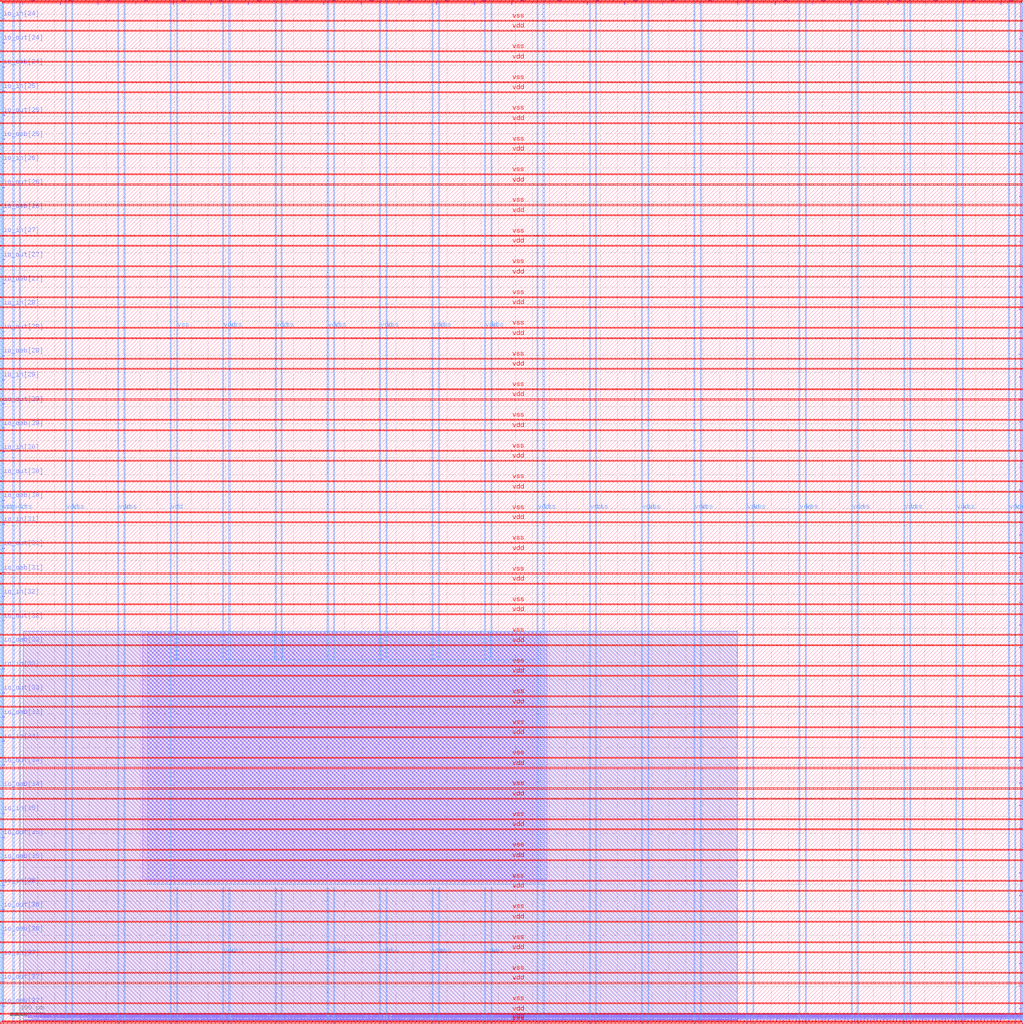
<source format=lef>
VERSION 5.7 ;
  NOWIREEXTENSIONATPIN ON ;
  DIVIDERCHAR "/" ;
  BUSBITCHARS "[]" ;
MACRO user_project_wrapper
  CLASS BLOCK ;
  FOREIGN user_project_wrapper ;
  ORIGIN 0.000 0.000 ;
  SIZE 2980.200 BY 2980.200 ;
  PIN io_in[0]
    DIRECTION INPUT ;
    USE SIGNAL ;
    PORT
      LAYER Metal3 ;
        RECT 2977.800 35.560 2985.000 36.680 ;
    END
  END io_in[0]
  PIN io_in[10]
    DIRECTION INPUT ;
    USE SIGNAL ;
    PORT
      LAYER Metal3 ;
        RECT 2977.800 2017.960 2985.000 2019.080 ;
    END
  END io_in[10]
  PIN io_in[11]
    DIRECTION INPUT ;
    USE SIGNAL ;
    PORT
      LAYER Metal3 ;
        RECT 2977.800 2216.200 2985.000 2217.320 ;
    END
  END io_in[11]
  PIN io_in[12]
    DIRECTION INPUT ;
    USE SIGNAL ;
    PORT
      LAYER Metal3 ;
        RECT 2977.800 2414.440 2985.000 2415.560 ;
    END
  END io_in[12]
  PIN io_in[13]
    DIRECTION INPUT ;
    USE SIGNAL ;
    PORT
      LAYER Metal3 ;
        RECT 2977.800 2612.680 2985.000 2613.800 ;
    END
  END io_in[13]
  PIN io_in[14]
    DIRECTION INPUT ;
    USE SIGNAL ;
    PORT
      LAYER Metal3 ;
        RECT 2977.800 2810.920 2985.000 2812.040 ;
    END
  END io_in[14]
  PIN io_in[15]
    DIRECTION INPUT ;
    USE SIGNAL ;
    PORT
      LAYER Metal2 ;
        RECT 2923.480 2977.800 2924.600 2985.000 ;
    END
  END io_in[15]
  PIN io_in[16]
    DIRECTION INPUT ;
    USE SIGNAL ;
    PORT
      LAYER Metal2 ;
        RECT 2592.520 2977.800 2593.640 2985.000 ;
    END
  END io_in[16]
  PIN io_in[17]
    DIRECTION INPUT ;
    USE SIGNAL ;
    PORT
      LAYER Metal2 ;
        RECT 2261.560 2977.800 2262.680 2985.000 ;
    END
  END io_in[17]
  PIN io_in[18]
    DIRECTION INPUT ;
    USE SIGNAL ;
    PORT
      LAYER Metal2 ;
        RECT 1930.600 2977.800 1931.720 2985.000 ;
    END
  END io_in[18]
  PIN io_in[19]
    DIRECTION INPUT ;
    USE SIGNAL ;
    PORT
      LAYER Metal2 ;
        RECT 1599.640 2977.800 1600.760 2985.000 ;
    END
  END io_in[19]
  PIN io_in[1]
    DIRECTION INPUT ;
    USE SIGNAL ;
    PORT
      LAYER Metal3 ;
        RECT 2977.800 233.800 2985.000 234.920 ;
    END
  END io_in[1]
  PIN io_in[20]
    DIRECTION INPUT ;
    USE SIGNAL ;
    PORT
      LAYER Metal2 ;
        RECT 1268.680 2977.800 1269.800 2985.000 ;
    END
  END io_in[20]
  PIN io_in[21]
    DIRECTION INPUT ;
    USE SIGNAL ;
    PORT
      LAYER Metal2 ;
        RECT 937.720 2977.800 938.840 2985.000 ;
    END
  END io_in[21]
  PIN io_in[22]
    DIRECTION INPUT ;
    USE SIGNAL ;
    PORT
      LAYER Metal2 ;
        RECT 606.760 2977.800 607.880 2985.000 ;
    END
  END io_in[22]
  PIN io_in[23]
    DIRECTION INPUT ;
    USE SIGNAL ;
    PORT
      LAYER Metal2 ;
        RECT 275.800 2977.800 276.920 2985.000 ;
    END
  END io_in[23]
  PIN io_in[24]
    DIRECTION INPUT ;
    USE SIGNAL ;
    PORT
      LAYER Metal3 ;
        RECT -4.800 2935.800 2.400 2936.920 ;
    END
  END io_in[24]
  PIN io_in[25]
    DIRECTION INPUT ;
    USE SIGNAL ;
    PORT
      LAYER Metal3 ;
        RECT -4.800 2724.120 2.400 2725.240 ;
    END
  END io_in[25]
  PIN io_in[26]
    DIRECTION INPUT ;
    USE SIGNAL ;
    PORT
      LAYER Metal3 ;
        RECT -4.800 2512.440 2.400 2513.560 ;
    END
  END io_in[26]
  PIN io_in[27]
    DIRECTION INPUT ;
    USE SIGNAL ;
    PORT
      LAYER Metal3 ;
        RECT -4.800 2300.760 2.400 2301.880 ;
    END
  END io_in[27]
  PIN io_in[28]
    DIRECTION INPUT ;
    USE SIGNAL ;
    PORT
      LAYER Metal3 ;
        RECT -4.800 2089.080 2.400 2090.200 ;
    END
  END io_in[28]
  PIN io_in[29]
    DIRECTION INPUT ;
    USE SIGNAL ;
    PORT
      LAYER Metal3 ;
        RECT -4.800 1877.400 2.400 1878.520 ;
    END
  END io_in[29]
  PIN io_in[2]
    DIRECTION INPUT ;
    USE SIGNAL ;
    PORT
      LAYER Metal3 ;
        RECT 2977.800 432.040 2985.000 433.160 ;
    END
  END io_in[2]
  PIN io_in[30]
    DIRECTION INPUT ;
    USE SIGNAL ;
    PORT
      LAYER Metal3 ;
        RECT -4.800 1665.720 2.400 1666.840 ;
    END
  END io_in[30]
  PIN io_in[31]
    DIRECTION INPUT ;
    USE SIGNAL ;
    PORT
      LAYER Metal3 ;
        RECT -4.800 1454.040 2.400 1455.160 ;
    END
  END io_in[31]
  PIN io_in[32]
    DIRECTION INPUT ;
    USE SIGNAL ;
    PORT
      LAYER Metal3 ;
        RECT -4.800 1242.360 2.400 1243.480 ;
    END
  END io_in[32]
  PIN io_in[33]
    DIRECTION INPUT ;
    USE SIGNAL ;
    PORT
      LAYER Metal3 ;
        RECT -4.800 1030.680 2.400 1031.800 ;
    END
  END io_in[33]
  PIN io_in[34]
    DIRECTION INPUT ;
    USE SIGNAL ;
    PORT
      LAYER Metal3 ;
        RECT -4.800 819.000 2.400 820.120 ;
    END
  END io_in[34]
  PIN io_in[35]
    DIRECTION INPUT ;
    USE SIGNAL ;
    PORT
      LAYER Metal3 ;
        RECT -4.800 607.320 2.400 608.440 ;
    END
  END io_in[35]
  PIN io_in[36]
    DIRECTION INPUT ;
    USE SIGNAL ;
    PORT
      LAYER Metal3 ;
        RECT -4.800 395.640 2.400 396.760 ;
    END
  END io_in[36]
  PIN io_in[37]
    DIRECTION INPUT ;
    USE SIGNAL ;
    PORT
      LAYER Metal3 ;
        RECT -4.800 183.960 2.400 185.080 ;
    END
  END io_in[37]
  PIN io_in[3]
    DIRECTION INPUT ;
    USE SIGNAL ;
    PORT
      LAYER Metal3 ;
        RECT 2977.800 630.280 2985.000 631.400 ;
    END
  END io_in[3]
  PIN io_in[4]
    DIRECTION INPUT ;
    USE SIGNAL ;
    PORT
      LAYER Metal3 ;
        RECT 2977.800 828.520 2985.000 829.640 ;
    END
  END io_in[4]
  PIN io_in[5]
    DIRECTION INPUT ;
    USE SIGNAL ;
    PORT
      LAYER Metal3 ;
        RECT 2977.800 1026.760 2985.000 1027.880 ;
    END
  END io_in[5]
  PIN io_in[6]
    DIRECTION INPUT ;
    USE SIGNAL ;
    PORT
      LAYER Metal3 ;
        RECT 2977.800 1225.000 2985.000 1226.120 ;
    END
  END io_in[6]
  PIN io_in[7]
    DIRECTION INPUT ;
    USE SIGNAL ;
    PORT
      LAYER Metal3 ;
        RECT 2977.800 1423.240 2985.000 1424.360 ;
    END
  END io_in[7]
  PIN io_in[8]
    DIRECTION INPUT ;
    USE SIGNAL ;
    PORT
      LAYER Metal3 ;
        RECT 2977.800 1621.480 2985.000 1622.600 ;
    END
  END io_in[8]
  PIN io_in[9]
    DIRECTION INPUT ;
    USE SIGNAL ;
    PORT
      LAYER Metal3 ;
        RECT 2977.800 1819.720 2985.000 1820.840 ;
    END
  END io_in[9]
  PIN io_oeb[0]
    DIRECTION OUTPUT TRISTATE ;
    USE SIGNAL ;
    PORT
      LAYER Metal3 ;
        RECT 2977.800 167.720 2985.000 168.840 ;
    END
  END io_oeb[0]
  PIN io_oeb[10]
    DIRECTION OUTPUT TRISTATE ;
    USE SIGNAL ;
    PORT
      LAYER Metal3 ;
        RECT 2977.800 2150.120 2985.000 2151.240 ;
    END
  END io_oeb[10]
  PIN io_oeb[11]
    DIRECTION OUTPUT TRISTATE ;
    USE SIGNAL ;
    PORT
      LAYER Metal3 ;
        RECT 2977.800 2348.360 2985.000 2349.480 ;
    END
  END io_oeb[11]
  PIN io_oeb[12]
    DIRECTION OUTPUT TRISTATE ;
    USE SIGNAL ;
    PORT
      LAYER Metal3 ;
        RECT 2977.800 2546.600 2985.000 2547.720 ;
    END
  END io_oeb[12]
  PIN io_oeb[13]
    DIRECTION OUTPUT TRISTATE ;
    USE SIGNAL ;
    PORT
      LAYER Metal3 ;
        RECT 2977.800 2744.840 2985.000 2745.960 ;
    END
  END io_oeb[13]
  PIN io_oeb[14]
    DIRECTION OUTPUT TRISTATE ;
    USE SIGNAL ;
    PORT
      LAYER Metal3 ;
        RECT 2977.800 2943.080 2985.000 2944.200 ;
    END
  END io_oeb[14]
  PIN io_oeb[15]
    DIRECTION OUTPUT TRISTATE ;
    USE SIGNAL ;
    PORT
      LAYER Metal2 ;
        RECT 2702.840 2977.800 2703.960 2985.000 ;
    END
  END io_oeb[15]
  PIN io_oeb[16]
    DIRECTION OUTPUT TRISTATE ;
    USE SIGNAL ;
    PORT
      LAYER Metal2 ;
        RECT 2371.880 2977.800 2373.000 2985.000 ;
    END
  END io_oeb[16]
  PIN io_oeb[17]
    DIRECTION OUTPUT TRISTATE ;
    USE SIGNAL ;
    PORT
      LAYER Metal2 ;
        RECT 2040.920 2977.800 2042.040 2985.000 ;
    END
  END io_oeb[17]
  PIN io_oeb[18]
    DIRECTION OUTPUT TRISTATE ;
    USE SIGNAL ;
    PORT
      LAYER Metal2 ;
        RECT 1709.960 2977.800 1711.080 2985.000 ;
    END
  END io_oeb[18]
  PIN io_oeb[19]
    DIRECTION OUTPUT TRISTATE ;
    USE SIGNAL ;
    PORT
      LAYER Metal2 ;
        RECT 1379.000 2977.800 1380.120 2985.000 ;
    END
  END io_oeb[19]
  PIN io_oeb[1]
    DIRECTION OUTPUT TRISTATE ;
    USE SIGNAL ;
    PORT
      LAYER Metal3 ;
        RECT 2977.800 365.960 2985.000 367.080 ;
    END
  END io_oeb[1]
  PIN io_oeb[20]
    DIRECTION OUTPUT TRISTATE ;
    USE SIGNAL ;
    PORT
      LAYER Metal2 ;
        RECT 1048.040 2977.800 1049.160 2985.000 ;
    END
  END io_oeb[20]
  PIN io_oeb[21]
    DIRECTION OUTPUT TRISTATE ;
    USE SIGNAL ;
    PORT
      LAYER Metal2 ;
        RECT 717.080 2977.800 718.200 2985.000 ;
    END
  END io_oeb[21]
  PIN io_oeb[22]
    DIRECTION OUTPUT TRISTATE ;
    USE SIGNAL ;
    PORT
      LAYER Metal2 ;
        RECT 386.120 2977.800 387.240 2985.000 ;
    END
  END io_oeb[22]
  PIN io_oeb[23]
    DIRECTION OUTPUT TRISTATE ;
    USE SIGNAL ;
    PORT
      LAYER Metal2 ;
        RECT 55.160 2977.800 56.280 2985.000 ;
    END
  END io_oeb[23]
  PIN io_oeb[24]
    DIRECTION OUTPUT TRISTATE ;
    USE SIGNAL ;
    PORT
      LAYER Metal3 ;
        RECT -4.800 2794.680 2.400 2795.800 ;
    END
  END io_oeb[24]
  PIN io_oeb[25]
    DIRECTION OUTPUT TRISTATE ;
    USE SIGNAL ;
    PORT
      LAYER Metal3 ;
        RECT -4.800 2583.000 2.400 2584.120 ;
    END
  END io_oeb[25]
  PIN io_oeb[26]
    DIRECTION OUTPUT TRISTATE ;
    USE SIGNAL ;
    PORT
      LAYER Metal3 ;
        RECT -4.800 2371.320 2.400 2372.440 ;
    END
  END io_oeb[26]
  PIN io_oeb[27]
    DIRECTION OUTPUT TRISTATE ;
    USE SIGNAL ;
    PORT
      LAYER Metal3 ;
        RECT -4.800 2159.640 2.400 2160.760 ;
    END
  END io_oeb[27]
  PIN io_oeb[28]
    DIRECTION OUTPUT TRISTATE ;
    USE SIGNAL ;
    PORT
      LAYER Metal3 ;
        RECT -4.800 1947.960 2.400 1949.080 ;
    END
  END io_oeb[28]
  PIN io_oeb[29]
    DIRECTION OUTPUT TRISTATE ;
    USE SIGNAL ;
    PORT
      LAYER Metal3 ;
        RECT -4.800 1736.280 2.400 1737.400 ;
    END
  END io_oeb[29]
  PIN io_oeb[2]
    DIRECTION OUTPUT TRISTATE ;
    USE SIGNAL ;
    PORT
      LAYER Metal3 ;
        RECT 2977.800 564.200 2985.000 565.320 ;
    END
  END io_oeb[2]
  PIN io_oeb[30]
    DIRECTION OUTPUT TRISTATE ;
    USE SIGNAL ;
    PORT
      LAYER Metal3 ;
        RECT -4.800 1524.600 2.400 1525.720 ;
    END
  END io_oeb[30]
  PIN io_oeb[31]
    DIRECTION OUTPUT TRISTATE ;
    USE SIGNAL ;
    PORT
      LAYER Metal3 ;
        RECT -4.800 1312.920 2.400 1314.040 ;
    END
  END io_oeb[31]
  PIN io_oeb[32]
    DIRECTION OUTPUT TRISTATE ;
    USE SIGNAL ;
    PORT
      LAYER Metal3 ;
        RECT -4.800 1101.240 2.400 1102.360 ;
    END
  END io_oeb[32]
  PIN io_oeb[33]
    DIRECTION OUTPUT TRISTATE ;
    USE SIGNAL ;
    PORT
      LAYER Metal3 ;
        RECT -4.800 889.560 2.400 890.680 ;
    END
  END io_oeb[33]
  PIN io_oeb[34]
    DIRECTION OUTPUT TRISTATE ;
    USE SIGNAL ;
    PORT
      LAYER Metal3 ;
        RECT -4.800 677.880 2.400 679.000 ;
    END
  END io_oeb[34]
  PIN io_oeb[35]
    DIRECTION OUTPUT TRISTATE ;
    USE SIGNAL ;
    PORT
      LAYER Metal3 ;
        RECT -4.800 466.200 2.400 467.320 ;
    END
  END io_oeb[35]
  PIN io_oeb[36]
    DIRECTION OUTPUT TRISTATE ;
    USE SIGNAL ;
    PORT
      LAYER Metal3 ;
        RECT -4.800 254.520 2.400 255.640 ;
    END
  END io_oeb[36]
  PIN io_oeb[37]
    DIRECTION OUTPUT TRISTATE ;
    USE SIGNAL ;
    PORT
      LAYER Metal3 ;
        RECT -4.800 42.840 2.400 43.960 ;
    END
  END io_oeb[37]
  PIN io_oeb[3]
    DIRECTION OUTPUT TRISTATE ;
    USE SIGNAL ;
    PORT
      LAYER Metal3 ;
        RECT 2977.800 762.440 2985.000 763.560 ;
    END
  END io_oeb[3]
  PIN io_oeb[4]
    DIRECTION OUTPUT TRISTATE ;
    USE SIGNAL ;
    PORT
      LAYER Metal3 ;
        RECT 2977.800 960.680 2985.000 961.800 ;
    END
  END io_oeb[4]
  PIN io_oeb[5]
    DIRECTION OUTPUT TRISTATE ;
    USE SIGNAL ;
    PORT
      LAYER Metal3 ;
        RECT 2977.800 1158.920 2985.000 1160.040 ;
    END
  END io_oeb[5]
  PIN io_oeb[6]
    DIRECTION OUTPUT TRISTATE ;
    USE SIGNAL ;
    PORT
      LAYER Metal3 ;
        RECT 2977.800 1357.160 2985.000 1358.280 ;
    END
  END io_oeb[6]
  PIN io_oeb[7]
    DIRECTION OUTPUT TRISTATE ;
    USE SIGNAL ;
    PORT
      LAYER Metal3 ;
        RECT 2977.800 1555.400 2985.000 1556.520 ;
    END
  END io_oeb[7]
  PIN io_oeb[8]
    DIRECTION OUTPUT TRISTATE ;
    USE SIGNAL ;
    PORT
      LAYER Metal3 ;
        RECT 2977.800 1753.640 2985.000 1754.760 ;
    END
  END io_oeb[8]
  PIN io_oeb[9]
    DIRECTION OUTPUT TRISTATE ;
    USE SIGNAL ;
    PORT
      LAYER Metal3 ;
        RECT 2977.800 1951.880 2985.000 1953.000 ;
    END
  END io_oeb[9]
  PIN io_out[0]
    DIRECTION OUTPUT TRISTATE ;
    USE SIGNAL ;
    PORT
      LAYER Metal3 ;
        RECT 2977.800 101.640 2985.000 102.760 ;
    END
  END io_out[0]
  PIN io_out[10]
    DIRECTION OUTPUT TRISTATE ;
    USE SIGNAL ;
    PORT
      LAYER Metal3 ;
        RECT 2977.800 2084.040 2985.000 2085.160 ;
    END
  END io_out[10]
  PIN io_out[11]
    DIRECTION OUTPUT TRISTATE ;
    USE SIGNAL ;
    PORT
      LAYER Metal3 ;
        RECT 2977.800 2282.280 2985.000 2283.400 ;
    END
  END io_out[11]
  PIN io_out[12]
    DIRECTION OUTPUT TRISTATE ;
    USE SIGNAL ;
    PORT
      LAYER Metal3 ;
        RECT 2977.800 2480.520 2985.000 2481.640 ;
    END
  END io_out[12]
  PIN io_out[13]
    DIRECTION OUTPUT TRISTATE ;
    USE SIGNAL ;
    PORT
      LAYER Metal3 ;
        RECT 2977.800 2678.760 2985.000 2679.880 ;
    END
  END io_out[13]
  PIN io_out[14]
    DIRECTION OUTPUT TRISTATE ;
    USE SIGNAL ;
    PORT
      LAYER Metal3 ;
        RECT 2977.800 2877.000 2985.000 2878.120 ;
    END
  END io_out[14]
  PIN io_out[15]
    DIRECTION OUTPUT TRISTATE ;
    USE SIGNAL ;
    PORT
      LAYER Metal2 ;
        RECT 2813.160 2977.800 2814.280 2985.000 ;
    END
  END io_out[15]
  PIN io_out[16]
    DIRECTION OUTPUT TRISTATE ;
    USE SIGNAL ;
    PORT
      LAYER Metal2 ;
        RECT 2482.200 2977.800 2483.320 2985.000 ;
    END
  END io_out[16]
  PIN io_out[17]
    DIRECTION OUTPUT TRISTATE ;
    USE SIGNAL ;
    PORT
      LAYER Metal2 ;
        RECT 2151.240 2977.800 2152.360 2985.000 ;
    END
  END io_out[17]
  PIN io_out[18]
    DIRECTION OUTPUT TRISTATE ;
    USE SIGNAL ;
    PORT
      LAYER Metal2 ;
        RECT 1820.280 2977.800 1821.400 2985.000 ;
    END
  END io_out[18]
  PIN io_out[19]
    DIRECTION OUTPUT TRISTATE ;
    USE SIGNAL ;
    PORT
      LAYER Metal2 ;
        RECT 1489.320 2977.800 1490.440 2985.000 ;
    END
  END io_out[19]
  PIN io_out[1]
    DIRECTION OUTPUT TRISTATE ;
    USE SIGNAL ;
    PORT
      LAYER Metal3 ;
        RECT 2977.800 299.880 2985.000 301.000 ;
    END
  END io_out[1]
  PIN io_out[20]
    DIRECTION OUTPUT TRISTATE ;
    USE SIGNAL ;
    PORT
      LAYER Metal2 ;
        RECT 1158.360 2977.800 1159.480 2985.000 ;
    END
  END io_out[20]
  PIN io_out[21]
    DIRECTION OUTPUT TRISTATE ;
    USE SIGNAL ;
    PORT
      LAYER Metal2 ;
        RECT 827.400 2977.800 828.520 2985.000 ;
    END
  END io_out[21]
  PIN io_out[22]
    DIRECTION OUTPUT TRISTATE ;
    USE SIGNAL ;
    PORT
      LAYER Metal2 ;
        RECT 496.440 2977.800 497.560 2985.000 ;
    END
  END io_out[22]
  PIN io_out[23]
    DIRECTION OUTPUT TRISTATE ;
    USE SIGNAL ;
    PORT
      LAYER Metal2 ;
        RECT 165.480 2977.800 166.600 2985.000 ;
    END
  END io_out[23]
  PIN io_out[24]
    DIRECTION OUTPUT TRISTATE ;
    USE SIGNAL ;
    PORT
      LAYER Metal3 ;
        RECT -4.800 2865.240 2.400 2866.360 ;
    END
  END io_out[24]
  PIN io_out[25]
    DIRECTION OUTPUT TRISTATE ;
    USE SIGNAL ;
    PORT
      LAYER Metal3 ;
        RECT -4.800 2653.560 2.400 2654.680 ;
    END
  END io_out[25]
  PIN io_out[26]
    DIRECTION OUTPUT TRISTATE ;
    USE SIGNAL ;
    PORT
      LAYER Metal3 ;
        RECT -4.800 2441.880 2.400 2443.000 ;
    END
  END io_out[26]
  PIN io_out[27]
    DIRECTION OUTPUT TRISTATE ;
    USE SIGNAL ;
    PORT
      LAYER Metal3 ;
        RECT -4.800 2230.200 2.400 2231.320 ;
    END
  END io_out[27]
  PIN io_out[28]
    DIRECTION OUTPUT TRISTATE ;
    USE SIGNAL ;
    PORT
      LAYER Metal3 ;
        RECT -4.800 2018.520 2.400 2019.640 ;
    END
  END io_out[28]
  PIN io_out[29]
    DIRECTION OUTPUT TRISTATE ;
    USE SIGNAL ;
    PORT
      LAYER Metal3 ;
        RECT -4.800 1806.840 2.400 1807.960 ;
    END
  END io_out[29]
  PIN io_out[2]
    DIRECTION OUTPUT TRISTATE ;
    USE SIGNAL ;
    PORT
      LAYER Metal3 ;
        RECT 2977.800 498.120 2985.000 499.240 ;
    END
  END io_out[2]
  PIN io_out[30]
    DIRECTION OUTPUT TRISTATE ;
    USE SIGNAL ;
    PORT
      LAYER Metal3 ;
        RECT -4.800 1595.160 2.400 1596.280 ;
    END
  END io_out[30]
  PIN io_out[31]
    DIRECTION OUTPUT TRISTATE ;
    USE SIGNAL ;
    PORT
      LAYER Metal3 ;
        RECT -4.800 1383.480 2.400 1384.600 ;
    END
  END io_out[31]
  PIN io_out[32]
    DIRECTION OUTPUT TRISTATE ;
    USE SIGNAL ;
    PORT
      LAYER Metal3 ;
        RECT -4.800 1171.800 2.400 1172.920 ;
    END
  END io_out[32]
  PIN io_out[33]
    DIRECTION OUTPUT TRISTATE ;
    USE SIGNAL ;
    PORT
      LAYER Metal3 ;
        RECT -4.800 960.120 2.400 961.240 ;
    END
  END io_out[33]
  PIN io_out[34]
    DIRECTION OUTPUT TRISTATE ;
    USE SIGNAL ;
    PORT
      LAYER Metal3 ;
        RECT -4.800 748.440 2.400 749.560 ;
    END
  END io_out[34]
  PIN io_out[35]
    DIRECTION OUTPUT TRISTATE ;
    USE SIGNAL ;
    PORT
      LAYER Metal3 ;
        RECT -4.800 536.760 2.400 537.880 ;
    END
  END io_out[35]
  PIN io_out[36]
    DIRECTION OUTPUT TRISTATE ;
    USE SIGNAL ;
    PORT
      LAYER Metal3 ;
        RECT -4.800 325.080 2.400 326.200 ;
    END
  END io_out[36]
  PIN io_out[37]
    DIRECTION OUTPUT TRISTATE ;
    USE SIGNAL ;
    PORT
      LAYER Metal3 ;
        RECT -4.800 113.400 2.400 114.520 ;
    END
  END io_out[37]
  PIN io_out[3]
    DIRECTION OUTPUT TRISTATE ;
    USE SIGNAL ;
    PORT
      LAYER Metal3 ;
        RECT 2977.800 696.360 2985.000 697.480 ;
    END
  END io_out[3]
  PIN io_out[4]
    DIRECTION OUTPUT TRISTATE ;
    USE SIGNAL ;
    PORT
      LAYER Metal3 ;
        RECT 2977.800 894.600 2985.000 895.720 ;
    END
  END io_out[4]
  PIN io_out[5]
    DIRECTION OUTPUT TRISTATE ;
    USE SIGNAL ;
    PORT
      LAYER Metal3 ;
        RECT 2977.800 1092.840 2985.000 1093.960 ;
    END
  END io_out[5]
  PIN io_out[6]
    DIRECTION OUTPUT TRISTATE ;
    USE SIGNAL ;
    PORT
      LAYER Metal3 ;
        RECT 2977.800 1291.080 2985.000 1292.200 ;
    END
  END io_out[6]
  PIN io_out[7]
    DIRECTION OUTPUT TRISTATE ;
    USE SIGNAL ;
    PORT
      LAYER Metal3 ;
        RECT 2977.800 1489.320 2985.000 1490.440 ;
    END
  END io_out[7]
  PIN io_out[8]
    DIRECTION OUTPUT TRISTATE ;
    USE SIGNAL ;
    PORT
      LAYER Metal3 ;
        RECT 2977.800 1687.560 2985.000 1688.680 ;
    END
  END io_out[8]
  PIN io_out[9]
    DIRECTION OUTPUT TRISTATE ;
    USE SIGNAL ;
    PORT
      LAYER Metal3 ;
        RECT 2977.800 1885.800 2985.000 1886.920 ;
    END
  END io_out[9]
  PIN la_data_in[0]
    DIRECTION INPUT ;
    USE SIGNAL ;
    PORT
      LAYER Metal2 ;
        RECT 1065.960 -4.800 1067.080 2.400 ;
    END
  END la_data_in[0]
  PIN la_data_in[10]
    DIRECTION INPUT ;
    USE SIGNAL ;
    PORT
      LAYER Metal2 ;
        RECT 1351.560 -4.800 1352.680 2.400 ;
    END
  END la_data_in[10]
  PIN la_data_in[11]
    DIRECTION INPUT ;
    USE SIGNAL ;
    PORT
      LAYER Metal2 ;
        RECT 1380.120 -4.800 1381.240 2.400 ;
    END
  END la_data_in[11]
  PIN la_data_in[12]
    DIRECTION INPUT ;
    USE SIGNAL ;
    PORT
      LAYER Metal2 ;
        RECT 1408.680 -4.800 1409.800 2.400 ;
    END
  END la_data_in[12]
  PIN la_data_in[13]
    DIRECTION INPUT ;
    USE SIGNAL ;
    PORT
      LAYER Metal2 ;
        RECT 1437.240 -4.800 1438.360 2.400 ;
    END
  END la_data_in[13]
  PIN la_data_in[14]
    DIRECTION INPUT ;
    USE SIGNAL ;
    PORT
      LAYER Metal2 ;
        RECT 1465.800 -4.800 1466.920 2.400 ;
    END
  END la_data_in[14]
  PIN la_data_in[15]
    DIRECTION INPUT ;
    USE SIGNAL ;
    PORT
      LAYER Metal2 ;
        RECT 1494.360 -4.800 1495.480 2.400 ;
    END
  END la_data_in[15]
  PIN la_data_in[16]
    DIRECTION INPUT ;
    USE SIGNAL ;
    PORT
      LAYER Metal2 ;
        RECT 1522.920 -4.800 1524.040 2.400 ;
    END
  END la_data_in[16]
  PIN la_data_in[17]
    DIRECTION INPUT ;
    USE SIGNAL ;
    PORT
      LAYER Metal2 ;
        RECT 1551.480 -4.800 1552.600 2.400 ;
    END
  END la_data_in[17]
  PIN la_data_in[18]
    DIRECTION INPUT ;
    USE SIGNAL ;
    PORT
      LAYER Metal2 ;
        RECT 1580.040 -4.800 1581.160 2.400 ;
    END
  END la_data_in[18]
  PIN la_data_in[19]
    DIRECTION INPUT ;
    USE SIGNAL ;
    PORT
      LAYER Metal2 ;
        RECT 1608.600 -4.800 1609.720 2.400 ;
    END
  END la_data_in[19]
  PIN la_data_in[1]
    DIRECTION INPUT ;
    USE SIGNAL ;
    PORT
      LAYER Metal2 ;
        RECT 1094.520 -4.800 1095.640 2.400 ;
    END
  END la_data_in[1]
  PIN la_data_in[20]
    DIRECTION INPUT ;
    USE SIGNAL ;
    PORT
      LAYER Metal2 ;
        RECT 1637.160 -4.800 1638.280 2.400 ;
    END
  END la_data_in[20]
  PIN la_data_in[21]
    DIRECTION INPUT ;
    USE SIGNAL ;
    PORT
      LAYER Metal2 ;
        RECT 1665.720 -4.800 1666.840 2.400 ;
    END
  END la_data_in[21]
  PIN la_data_in[22]
    DIRECTION INPUT ;
    USE SIGNAL ;
    PORT
      LAYER Metal2 ;
        RECT 1694.280 -4.800 1695.400 2.400 ;
    END
  END la_data_in[22]
  PIN la_data_in[23]
    DIRECTION INPUT ;
    USE SIGNAL ;
    PORT
      LAYER Metal2 ;
        RECT 1722.840 -4.800 1723.960 2.400 ;
    END
  END la_data_in[23]
  PIN la_data_in[24]
    DIRECTION INPUT ;
    USE SIGNAL ;
    PORT
      LAYER Metal2 ;
        RECT 1751.400 -4.800 1752.520 2.400 ;
    END
  END la_data_in[24]
  PIN la_data_in[25]
    DIRECTION INPUT ;
    USE SIGNAL ;
    PORT
      LAYER Metal2 ;
        RECT 1779.960 -4.800 1781.080 2.400 ;
    END
  END la_data_in[25]
  PIN la_data_in[26]
    DIRECTION INPUT ;
    USE SIGNAL ;
    PORT
      LAYER Metal2 ;
        RECT 1808.520 -4.800 1809.640 2.400 ;
    END
  END la_data_in[26]
  PIN la_data_in[27]
    DIRECTION INPUT ;
    USE SIGNAL ;
    PORT
      LAYER Metal2 ;
        RECT 1837.080 -4.800 1838.200 2.400 ;
    END
  END la_data_in[27]
  PIN la_data_in[28]
    DIRECTION INPUT ;
    USE SIGNAL ;
    PORT
      LAYER Metal2 ;
        RECT 1865.640 -4.800 1866.760 2.400 ;
    END
  END la_data_in[28]
  PIN la_data_in[29]
    DIRECTION INPUT ;
    USE SIGNAL ;
    PORT
      LAYER Metal2 ;
        RECT 1894.200 -4.800 1895.320 2.400 ;
    END
  END la_data_in[29]
  PIN la_data_in[2]
    DIRECTION INPUT ;
    USE SIGNAL ;
    PORT
      LAYER Metal2 ;
        RECT 1123.080 -4.800 1124.200 2.400 ;
    END
  END la_data_in[2]
  PIN la_data_in[30]
    DIRECTION INPUT ;
    USE SIGNAL ;
    PORT
      LAYER Metal2 ;
        RECT 1922.760 -4.800 1923.880 2.400 ;
    END
  END la_data_in[30]
  PIN la_data_in[31]
    DIRECTION INPUT ;
    USE SIGNAL ;
    PORT
      LAYER Metal2 ;
        RECT 1951.320 -4.800 1952.440 2.400 ;
    END
  END la_data_in[31]
  PIN la_data_in[32]
    DIRECTION INPUT ;
    USE SIGNAL ;
    PORT
      LAYER Metal2 ;
        RECT 1979.880 -4.800 1981.000 2.400 ;
    END
  END la_data_in[32]
  PIN la_data_in[33]
    DIRECTION INPUT ;
    USE SIGNAL ;
    PORT
      LAYER Metal2 ;
        RECT 2008.440 -4.800 2009.560 2.400 ;
    END
  END la_data_in[33]
  PIN la_data_in[34]
    DIRECTION INPUT ;
    USE SIGNAL ;
    PORT
      LAYER Metal2 ;
        RECT 2037.000 -4.800 2038.120 2.400 ;
    END
  END la_data_in[34]
  PIN la_data_in[35]
    DIRECTION INPUT ;
    USE SIGNAL ;
    PORT
      LAYER Metal2 ;
        RECT 2065.560 -4.800 2066.680 2.400 ;
    END
  END la_data_in[35]
  PIN la_data_in[36]
    DIRECTION INPUT ;
    USE SIGNAL ;
    PORT
      LAYER Metal2 ;
        RECT 2094.120 -4.800 2095.240 2.400 ;
    END
  END la_data_in[36]
  PIN la_data_in[37]
    DIRECTION INPUT ;
    USE SIGNAL ;
    PORT
      LAYER Metal2 ;
        RECT 2122.680 -4.800 2123.800 2.400 ;
    END
  END la_data_in[37]
  PIN la_data_in[38]
    DIRECTION INPUT ;
    USE SIGNAL ;
    PORT
      LAYER Metal2 ;
        RECT 2151.240 -4.800 2152.360 2.400 ;
    END
  END la_data_in[38]
  PIN la_data_in[39]
    DIRECTION INPUT ;
    USE SIGNAL ;
    PORT
      LAYER Metal2 ;
        RECT 2179.800 -4.800 2180.920 2.400 ;
    END
  END la_data_in[39]
  PIN la_data_in[3]
    DIRECTION INPUT ;
    USE SIGNAL ;
    PORT
      LAYER Metal2 ;
        RECT 1151.640 -4.800 1152.760 2.400 ;
    END
  END la_data_in[3]
  PIN la_data_in[40]
    DIRECTION INPUT ;
    USE SIGNAL ;
    PORT
      LAYER Metal2 ;
        RECT 2208.360 -4.800 2209.480 2.400 ;
    END
  END la_data_in[40]
  PIN la_data_in[41]
    DIRECTION INPUT ;
    USE SIGNAL ;
    PORT
      LAYER Metal2 ;
        RECT 2236.920 -4.800 2238.040 2.400 ;
    END
  END la_data_in[41]
  PIN la_data_in[42]
    DIRECTION INPUT ;
    USE SIGNAL ;
    PORT
      LAYER Metal2 ;
        RECT 2265.480 -4.800 2266.600 2.400 ;
    END
  END la_data_in[42]
  PIN la_data_in[43]
    DIRECTION INPUT ;
    USE SIGNAL ;
    PORT
      LAYER Metal2 ;
        RECT 2294.040 -4.800 2295.160 2.400 ;
    END
  END la_data_in[43]
  PIN la_data_in[44]
    DIRECTION INPUT ;
    USE SIGNAL ;
    PORT
      LAYER Metal2 ;
        RECT 2322.600 -4.800 2323.720 2.400 ;
    END
  END la_data_in[44]
  PIN la_data_in[45]
    DIRECTION INPUT ;
    USE SIGNAL ;
    PORT
      LAYER Metal2 ;
        RECT 2351.160 -4.800 2352.280 2.400 ;
    END
  END la_data_in[45]
  PIN la_data_in[46]
    DIRECTION INPUT ;
    USE SIGNAL ;
    PORT
      LAYER Metal2 ;
        RECT 2379.720 -4.800 2380.840 2.400 ;
    END
  END la_data_in[46]
  PIN la_data_in[47]
    DIRECTION INPUT ;
    USE SIGNAL ;
    PORT
      LAYER Metal2 ;
        RECT 2408.280 -4.800 2409.400 2.400 ;
    END
  END la_data_in[47]
  PIN la_data_in[48]
    DIRECTION INPUT ;
    USE SIGNAL ;
    PORT
      LAYER Metal2 ;
        RECT 2436.840 -4.800 2437.960 2.400 ;
    END
  END la_data_in[48]
  PIN la_data_in[49]
    DIRECTION INPUT ;
    USE SIGNAL ;
    PORT
      LAYER Metal2 ;
        RECT 2465.400 -4.800 2466.520 2.400 ;
    END
  END la_data_in[49]
  PIN la_data_in[4]
    DIRECTION INPUT ;
    USE SIGNAL ;
    PORT
      LAYER Metal2 ;
        RECT 1180.200 -4.800 1181.320 2.400 ;
    END
  END la_data_in[4]
  PIN la_data_in[50]
    DIRECTION INPUT ;
    USE SIGNAL ;
    PORT
      LAYER Metal2 ;
        RECT 2493.960 -4.800 2495.080 2.400 ;
    END
  END la_data_in[50]
  PIN la_data_in[51]
    DIRECTION INPUT ;
    USE SIGNAL ;
    PORT
      LAYER Metal2 ;
        RECT 2522.520 -4.800 2523.640 2.400 ;
    END
  END la_data_in[51]
  PIN la_data_in[52]
    DIRECTION INPUT ;
    USE SIGNAL ;
    PORT
      LAYER Metal2 ;
        RECT 2551.080 -4.800 2552.200 2.400 ;
    END
  END la_data_in[52]
  PIN la_data_in[53]
    DIRECTION INPUT ;
    USE SIGNAL ;
    PORT
      LAYER Metal2 ;
        RECT 2579.640 -4.800 2580.760 2.400 ;
    END
  END la_data_in[53]
  PIN la_data_in[54]
    DIRECTION INPUT ;
    USE SIGNAL ;
    PORT
      LAYER Metal2 ;
        RECT 2608.200 -4.800 2609.320 2.400 ;
    END
  END la_data_in[54]
  PIN la_data_in[55]
    DIRECTION INPUT ;
    USE SIGNAL ;
    PORT
      LAYER Metal2 ;
        RECT 2636.760 -4.800 2637.880 2.400 ;
    END
  END la_data_in[55]
  PIN la_data_in[56]
    DIRECTION INPUT ;
    USE SIGNAL ;
    PORT
      LAYER Metal2 ;
        RECT 2665.320 -4.800 2666.440 2.400 ;
    END
  END la_data_in[56]
  PIN la_data_in[57]
    DIRECTION INPUT ;
    USE SIGNAL ;
    PORT
      LAYER Metal2 ;
        RECT 2693.880 -4.800 2695.000 2.400 ;
    END
  END la_data_in[57]
  PIN la_data_in[58]
    DIRECTION INPUT ;
    USE SIGNAL ;
    PORT
      LAYER Metal2 ;
        RECT 2722.440 -4.800 2723.560 2.400 ;
    END
  END la_data_in[58]
  PIN la_data_in[59]
    DIRECTION INPUT ;
    USE SIGNAL ;
    PORT
      LAYER Metal2 ;
        RECT 2751.000 -4.800 2752.120 2.400 ;
    END
  END la_data_in[59]
  PIN la_data_in[5]
    DIRECTION INPUT ;
    USE SIGNAL ;
    PORT
      LAYER Metal2 ;
        RECT 1208.760 -4.800 1209.880 2.400 ;
    END
  END la_data_in[5]
  PIN la_data_in[60]
    DIRECTION INPUT ;
    USE SIGNAL ;
    PORT
      LAYER Metal2 ;
        RECT 2779.560 -4.800 2780.680 2.400 ;
    END
  END la_data_in[60]
  PIN la_data_in[61]
    DIRECTION INPUT ;
    USE SIGNAL ;
    PORT
      LAYER Metal2 ;
        RECT 2808.120 -4.800 2809.240 2.400 ;
    END
  END la_data_in[61]
  PIN la_data_in[62]
    DIRECTION INPUT ;
    USE SIGNAL ;
    PORT
      LAYER Metal2 ;
        RECT 2836.680 -4.800 2837.800 2.400 ;
    END
  END la_data_in[62]
  PIN la_data_in[63]
    DIRECTION INPUT ;
    USE SIGNAL ;
    PORT
      LAYER Metal2 ;
        RECT 2865.240 -4.800 2866.360 2.400 ;
    END
  END la_data_in[63]
  PIN la_data_in[6]
    DIRECTION INPUT ;
    USE SIGNAL ;
    PORT
      LAYER Metal2 ;
        RECT 1237.320 -4.800 1238.440 2.400 ;
    END
  END la_data_in[6]
  PIN la_data_in[7]
    DIRECTION INPUT ;
    USE SIGNAL ;
    PORT
      LAYER Metal2 ;
        RECT 1265.880 -4.800 1267.000 2.400 ;
    END
  END la_data_in[7]
  PIN la_data_in[8]
    DIRECTION INPUT ;
    USE SIGNAL ;
    PORT
      LAYER Metal2 ;
        RECT 1294.440 -4.800 1295.560 2.400 ;
    END
  END la_data_in[8]
  PIN la_data_in[9]
    DIRECTION INPUT ;
    USE SIGNAL ;
    PORT
      LAYER Metal2 ;
        RECT 1323.000 -4.800 1324.120 2.400 ;
    END
  END la_data_in[9]
  PIN la_data_out[0]
    DIRECTION OUTPUT TRISTATE ;
    USE SIGNAL ;
    PORT
      LAYER Metal2 ;
        RECT 1075.480 -4.800 1076.600 2.400 ;
    END
  END la_data_out[0]
  PIN la_data_out[10]
    DIRECTION OUTPUT TRISTATE ;
    USE SIGNAL ;
    PORT
      LAYER Metal2 ;
        RECT 1361.080 -4.800 1362.200 2.400 ;
    END
  END la_data_out[10]
  PIN la_data_out[11]
    DIRECTION OUTPUT TRISTATE ;
    USE SIGNAL ;
    PORT
      LAYER Metal2 ;
        RECT 1389.640 -4.800 1390.760 2.400 ;
    END
  END la_data_out[11]
  PIN la_data_out[12]
    DIRECTION OUTPUT TRISTATE ;
    USE SIGNAL ;
    PORT
      LAYER Metal2 ;
        RECT 1418.200 -4.800 1419.320 2.400 ;
    END
  END la_data_out[12]
  PIN la_data_out[13]
    DIRECTION OUTPUT TRISTATE ;
    USE SIGNAL ;
    PORT
      LAYER Metal2 ;
        RECT 1446.760 -4.800 1447.880 2.400 ;
    END
  END la_data_out[13]
  PIN la_data_out[14]
    DIRECTION OUTPUT TRISTATE ;
    USE SIGNAL ;
    PORT
      LAYER Metal2 ;
        RECT 1475.320 -4.800 1476.440 2.400 ;
    END
  END la_data_out[14]
  PIN la_data_out[15]
    DIRECTION OUTPUT TRISTATE ;
    USE SIGNAL ;
    PORT
      LAYER Metal2 ;
        RECT 1503.880 -4.800 1505.000 2.400 ;
    END
  END la_data_out[15]
  PIN la_data_out[16]
    DIRECTION OUTPUT TRISTATE ;
    USE SIGNAL ;
    PORT
      LAYER Metal2 ;
        RECT 1532.440 -4.800 1533.560 2.400 ;
    END
  END la_data_out[16]
  PIN la_data_out[17]
    DIRECTION OUTPUT TRISTATE ;
    USE SIGNAL ;
    PORT
      LAYER Metal2 ;
        RECT 1561.000 -4.800 1562.120 2.400 ;
    END
  END la_data_out[17]
  PIN la_data_out[18]
    DIRECTION OUTPUT TRISTATE ;
    USE SIGNAL ;
    PORT
      LAYER Metal2 ;
        RECT 1589.560 -4.800 1590.680 2.400 ;
    END
  END la_data_out[18]
  PIN la_data_out[19]
    DIRECTION OUTPUT TRISTATE ;
    USE SIGNAL ;
    PORT
      LAYER Metal2 ;
        RECT 1618.120 -4.800 1619.240 2.400 ;
    END
  END la_data_out[19]
  PIN la_data_out[1]
    DIRECTION OUTPUT TRISTATE ;
    USE SIGNAL ;
    PORT
      LAYER Metal2 ;
        RECT 1104.040 -4.800 1105.160 2.400 ;
    END
  END la_data_out[1]
  PIN la_data_out[20]
    DIRECTION OUTPUT TRISTATE ;
    USE SIGNAL ;
    PORT
      LAYER Metal2 ;
        RECT 1646.680 -4.800 1647.800 2.400 ;
    END
  END la_data_out[20]
  PIN la_data_out[21]
    DIRECTION OUTPUT TRISTATE ;
    USE SIGNAL ;
    PORT
      LAYER Metal2 ;
        RECT 1675.240 -4.800 1676.360 2.400 ;
    END
  END la_data_out[21]
  PIN la_data_out[22]
    DIRECTION OUTPUT TRISTATE ;
    USE SIGNAL ;
    PORT
      LAYER Metal2 ;
        RECT 1703.800 -4.800 1704.920 2.400 ;
    END
  END la_data_out[22]
  PIN la_data_out[23]
    DIRECTION OUTPUT TRISTATE ;
    USE SIGNAL ;
    PORT
      LAYER Metal2 ;
        RECT 1732.360 -4.800 1733.480 2.400 ;
    END
  END la_data_out[23]
  PIN la_data_out[24]
    DIRECTION OUTPUT TRISTATE ;
    USE SIGNAL ;
    PORT
      LAYER Metal2 ;
        RECT 1760.920 -4.800 1762.040 2.400 ;
    END
  END la_data_out[24]
  PIN la_data_out[25]
    DIRECTION OUTPUT TRISTATE ;
    USE SIGNAL ;
    PORT
      LAYER Metal2 ;
        RECT 1789.480 -4.800 1790.600 2.400 ;
    END
  END la_data_out[25]
  PIN la_data_out[26]
    DIRECTION OUTPUT TRISTATE ;
    USE SIGNAL ;
    PORT
      LAYER Metal2 ;
        RECT 1818.040 -4.800 1819.160 2.400 ;
    END
  END la_data_out[26]
  PIN la_data_out[27]
    DIRECTION OUTPUT TRISTATE ;
    USE SIGNAL ;
    PORT
      LAYER Metal2 ;
        RECT 1846.600 -4.800 1847.720 2.400 ;
    END
  END la_data_out[27]
  PIN la_data_out[28]
    DIRECTION OUTPUT TRISTATE ;
    USE SIGNAL ;
    PORT
      LAYER Metal2 ;
        RECT 1875.160 -4.800 1876.280 2.400 ;
    END
  END la_data_out[28]
  PIN la_data_out[29]
    DIRECTION OUTPUT TRISTATE ;
    USE SIGNAL ;
    PORT
      LAYER Metal2 ;
        RECT 1903.720 -4.800 1904.840 2.400 ;
    END
  END la_data_out[29]
  PIN la_data_out[2]
    DIRECTION OUTPUT TRISTATE ;
    USE SIGNAL ;
    PORT
      LAYER Metal2 ;
        RECT 1132.600 -4.800 1133.720 2.400 ;
    END
  END la_data_out[2]
  PIN la_data_out[30]
    DIRECTION OUTPUT TRISTATE ;
    USE SIGNAL ;
    PORT
      LAYER Metal2 ;
        RECT 1932.280 -4.800 1933.400 2.400 ;
    END
  END la_data_out[30]
  PIN la_data_out[31]
    DIRECTION OUTPUT TRISTATE ;
    USE SIGNAL ;
    PORT
      LAYER Metal2 ;
        RECT 1960.840 -4.800 1961.960 2.400 ;
    END
  END la_data_out[31]
  PIN la_data_out[32]
    DIRECTION OUTPUT TRISTATE ;
    USE SIGNAL ;
    PORT
      LAYER Metal2 ;
        RECT 1989.400 -4.800 1990.520 2.400 ;
    END
  END la_data_out[32]
  PIN la_data_out[33]
    DIRECTION OUTPUT TRISTATE ;
    USE SIGNAL ;
    PORT
      LAYER Metal2 ;
        RECT 2017.960 -4.800 2019.080 2.400 ;
    END
  END la_data_out[33]
  PIN la_data_out[34]
    DIRECTION OUTPUT TRISTATE ;
    USE SIGNAL ;
    PORT
      LAYER Metal2 ;
        RECT 2046.520 -4.800 2047.640 2.400 ;
    END
  END la_data_out[34]
  PIN la_data_out[35]
    DIRECTION OUTPUT TRISTATE ;
    USE SIGNAL ;
    PORT
      LAYER Metal2 ;
        RECT 2075.080 -4.800 2076.200 2.400 ;
    END
  END la_data_out[35]
  PIN la_data_out[36]
    DIRECTION OUTPUT TRISTATE ;
    USE SIGNAL ;
    PORT
      LAYER Metal2 ;
        RECT 2103.640 -4.800 2104.760 2.400 ;
    END
  END la_data_out[36]
  PIN la_data_out[37]
    DIRECTION OUTPUT TRISTATE ;
    USE SIGNAL ;
    PORT
      LAYER Metal2 ;
        RECT 2132.200 -4.800 2133.320 2.400 ;
    END
  END la_data_out[37]
  PIN la_data_out[38]
    DIRECTION OUTPUT TRISTATE ;
    USE SIGNAL ;
    PORT
      LAYER Metal2 ;
        RECT 2160.760 -4.800 2161.880 2.400 ;
    END
  END la_data_out[38]
  PIN la_data_out[39]
    DIRECTION OUTPUT TRISTATE ;
    USE SIGNAL ;
    PORT
      LAYER Metal2 ;
        RECT 2189.320 -4.800 2190.440 2.400 ;
    END
  END la_data_out[39]
  PIN la_data_out[3]
    DIRECTION OUTPUT TRISTATE ;
    USE SIGNAL ;
    PORT
      LAYER Metal2 ;
        RECT 1161.160 -4.800 1162.280 2.400 ;
    END
  END la_data_out[3]
  PIN la_data_out[40]
    DIRECTION OUTPUT TRISTATE ;
    USE SIGNAL ;
    PORT
      LAYER Metal2 ;
        RECT 2217.880 -4.800 2219.000 2.400 ;
    END
  END la_data_out[40]
  PIN la_data_out[41]
    DIRECTION OUTPUT TRISTATE ;
    USE SIGNAL ;
    PORT
      LAYER Metal2 ;
        RECT 2246.440 -4.800 2247.560 2.400 ;
    END
  END la_data_out[41]
  PIN la_data_out[42]
    DIRECTION OUTPUT TRISTATE ;
    USE SIGNAL ;
    PORT
      LAYER Metal2 ;
        RECT 2275.000 -4.800 2276.120 2.400 ;
    END
  END la_data_out[42]
  PIN la_data_out[43]
    DIRECTION OUTPUT TRISTATE ;
    USE SIGNAL ;
    PORT
      LAYER Metal2 ;
        RECT 2303.560 -4.800 2304.680 2.400 ;
    END
  END la_data_out[43]
  PIN la_data_out[44]
    DIRECTION OUTPUT TRISTATE ;
    USE SIGNAL ;
    PORT
      LAYER Metal2 ;
        RECT 2332.120 -4.800 2333.240 2.400 ;
    END
  END la_data_out[44]
  PIN la_data_out[45]
    DIRECTION OUTPUT TRISTATE ;
    USE SIGNAL ;
    PORT
      LAYER Metal2 ;
        RECT 2360.680 -4.800 2361.800 2.400 ;
    END
  END la_data_out[45]
  PIN la_data_out[46]
    DIRECTION OUTPUT TRISTATE ;
    USE SIGNAL ;
    PORT
      LAYER Metal2 ;
        RECT 2389.240 -4.800 2390.360 2.400 ;
    END
  END la_data_out[46]
  PIN la_data_out[47]
    DIRECTION OUTPUT TRISTATE ;
    USE SIGNAL ;
    PORT
      LAYER Metal2 ;
        RECT 2417.800 -4.800 2418.920 2.400 ;
    END
  END la_data_out[47]
  PIN la_data_out[48]
    DIRECTION OUTPUT TRISTATE ;
    USE SIGNAL ;
    PORT
      LAYER Metal2 ;
        RECT 2446.360 -4.800 2447.480 2.400 ;
    END
  END la_data_out[48]
  PIN la_data_out[49]
    DIRECTION OUTPUT TRISTATE ;
    USE SIGNAL ;
    PORT
      LAYER Metal2 ;
        RECT 2474.920 -4.800 2476.040 2.400 ;
    END
  END la_data_out[49]
  PIN la_data_out[4]
    DIRECTION OUTPUT TRISTATE ;
    USE SIGNAL ;
    PORT
      LAYER Metal2 ;
        RECT 1189.720 -4.800 1190.840 2.400 ;
    END
  END la_data_out[4]
  PIN la_data_out[50]
    DIRECTION OUTPUT TRISTATE ;
    USE SIGNAL ;
    PORT
      LAYER Metal2 ;
        RECT 2503.480 -4.800 2504.600 2.400 ;
    END
  END la_data_out[50]
  PIN la_data_out[51]
    DIRECTION OUTPUT TRISTATE ;
    USE SIGNAL ;
    PORT
      LAYER Metal2 ;
        RECT 2532.040 -4.800 2533.160 2.400 ;
    END
  END la_data_out[51]
  PIN la_data_out[52]
    DIRECTION OUTPUT TRISTATE ;
    USE SIGNAL ;
    PORT
      LAYER Metal2 ;
        RECT 2560.600 -4.800 2561.720 2.400 ;
    END
  END la_data_out[52]
  PIN la_data_out[53]
    DIRECTION OUTPUT TRISTATE ;
    USE SIGNAL ;
    PORT
      LAYER Metal2 ;
        RECT 2589.160 -4.800 2590.280 2.400 ;
    END
  END la_data_out[53]
  PIN la_data_out[54]
    DIRECTION OUTPUT TRISTATE ;
    USE SIGNAL ;
    PORT
      LAYER Metal2 ;
        RECT 2617.720 -4.800 2618.840 2.400 ;
    END
  END la_data_out[54]
  PIN la_data_out[55]
    DIRECTION OUTPUT TRISTATE ;
    USE SIGNAL ;
    PORT
      LAYER Metal2 ;
        RECT 2646.280 -4.800 2647.400 2.400 ;
    END
  END la_data_out[55]
  PIN la_data_out[56]
    DIRECTION OUTPUT TRISTATE ;
    USE SIGNAL ;
    PORT
      LAYER Metal2 ;
        RECT 2674.840 -4.800 2675.960 2.400 ;
    END
  END la_data_out[56]
  PIN la_data_out[57]
    DIRECTION OUTPUT TRISTATE ;
    USE SIGNAL ;
    PORT
      LAYER Metal2 ;
        RECT 2703.400 -4.800 2704.520 2.400 ;
    END
  END la_data_out[57]
  PIN la_data_out[58]
    DIRECTION OUTPUT TRISTATE ;
    USE SIGNAL ;
    PORT
      LAYER Metal2 ;
        RECT 2731.960 -4.800 2733.080 2.400 ;
    END
  END la_data_out[58]
  PIN la_data_out[59]
    DIRECTION OUTPUT TRISTATE ;
    USE SIGNAL ;
    PORT
      LAYER Metal2 ;
        RECT 2760.520 -4.800 2761.640 2.400 ;
    END
  END la_data_out[59]
  PIN la_data_out[5]
    DIRECTION OUTPUT TRISTATE ;
    USE SIGNAL ;
    PORT
      LAYER Metal2 ;
        RECT 1218.280 -4.800 1219.400 2.400 ;
    END
  END la_data_out[5]
  PIN la_data_out[60]
    DIRECTION OUTPUT TRISTATE ;
    USE SIGNAL ;
    PORT
      LAYER Metal2 ;
        RECT 2789.080 -4.800 2790.200 2.400 ;
    END
  END la_data_out[60]
  PIN la_data_out[61]
    DIRECTION OUTPUT TRISTATE ;
    USE SIGNAL ;
    PORT
      LAYER Metal2 ;
        RECT 2817.640 -4.800 2818.760 2.400 ;
    END
  END la_data_out[61]
  PIN la_data_out[62]
    DIRECTION OUTPUT TRISTATE ;
    USE SIGNAL ;
    PORT
      LAYER Metal2 ;
        RECT 2846.200 -4.800 2847.320 2.400 ;
    END
  END la_data_out[62]
  PIN la_data_out[63]
    DIRECTION OUTPUT TRISTATE ;
    USE SIGNAL ;
    PORT
      LAYER Metal2 ;
        RECT 2874.760 -4.800 2875.880 2.400 ;
    END
  END la_data_out[63]
  PIN la_data_out[6]
    DIRECTION OUTPUT TRISTATE ;
    USE SIGNAL ;
    PORT
      LAYER Metal2 ;
        RECT 1246.840 -4.800 1247.960 2.400 ;
    END
  END la_data_out[6]
  PIN la_data_out[7]
    DIRECTION OUTPUT TRISTATE ;
    USE SIGNAL ;
    PORT
      LAYER Metal2 ;
        RECT 1275.400 -4.800 1276.520 2.400 ;
    END
  END la_data_out[7]
  PIN la_data_out[8]
    DIRECTION OUTPUT TRISTATE ;
    USE SIGNAL ;
    PORT
      LAYER Metal2 ;
        RECT 1303.960 -4.800 1305.080 2.400 ;
    END
  END la_data_out[8]
  PIN la_data_out[9]
    DIRECTION OUTPUT TRISTATE ;
    USE SIGNAL ;
    PORT
      LAYER Metal2 ;
        RECT 1332.520 -4.800 1333.640 2.400 ;
    END
  END la_data_out[9]
  PIN la_oenb[0]
    DIRECTION INPUT ;
    USE SIGNAL ;
    PORT
      LAYER Metal2 ;
        RECT 1085.000 -4.800 1086.120 2.400 ;
    END
  END la_oenb[0]
  PIN la_oenb[10]
    DIRECTION INPUT ;
    USE SIGNAL ;
    PORT
      LAYER Metal2 ;
        RECT 1370.600 -4.800 1371.720 2.400 ;
    END
  END la_oenb[10]
  PIN la_oenb[11]
    DIRECTION INPUT ;
    USE SIGNAL ;
    PORT
      LAYER Metal2 ;
        RECT 1399.160 -4.800 1400.280 2.400 ;
    END
  END la_oenb[11]
  PIN la_oenb[12]
    DIRECTION INPUT ;
    USE SIGNAL ;
    PORT
      LAYER Metal2 ;
        RECT 1427.720 -4.800 1428.840 2.400 ;
    END
  END la_oenb[12]
  PIN la_oenb[13]
    DIRECTION INPUT ;
    USE SIGNAL ;
    PORT
      LAYER Metal2 ;
        RECT 1456.280 -4.800 1457.400 2.400 ;
    END
  END la_oenb[13]
  PIN la_oenb[14]
    DIRECTION INPUT ;
    USE SIGNAL ;
    PORT
      LAYER Metal2 ;
        RECT 1484.840 -4.800 1485.960 2.400 ;
    END
  END la_oenb[14]
  PIN la_oenb[15]
    DIRECTION INPUT ;
    USE SIGNAL ;
    PORT
      LAYER Metal2 ;
        RECT 1513.400 -4.800 1514.520 2.400 ;
    END
  END la_oenb[15]
  PIN la_oenb[16]
    DIRECTION INPUT ;
    USE SIGNAL ;
    PORT
      LAYER Metal2 ;
        RECT 1541.960 -4.800 1543.080 2.400 ;
    END
  END la_oenb[16]
  PIN la_oenb[17]
    DIRECTION INPUT ;
    USE SIGNAL ;
    PORT
      LAYER Metal2 ;
        RECT 1570.520 -4.800 1571.640 2.400 ;
    END
  END la_oenb[17]
  PIN la_oenb[18]
    DIRECTION INPUT ;
    USE SIGNAL ;
    PORT
      LAYER Metal2 ;
        RECT 1599.080 -4.800 1600.200 2.400 ;
    END
  END la_oenb[18]
  PIN la_oenb[19]
    DIRECTION INPUT ;
    USE SIGNAL ;
    PORT
      LAYER Metal2 ;
        RECT 1627.640 -4.800 1628.760 2.400 ;
    END
  END la_oenb[19]
  PIN la_oenb[1]
    DIRECTION INPUT ;
    USE SIGNAL ;
    PORT
      LAYER Metal2 ;
        RECT 1113.560 -4.800 1114.680 2.400 ;
    END
  END la_oenb[1]
  PIN la_oenb[20]
    DIRECTION INPUT ;
    USE SIGNAL ;
    PORT
      LAYER Metal2 ;
        RECT 1656.200 -4.800 1657.320 2.400 ;
    END
  END la_oenb[20]
  PIN la_oenb[21]
    DIRECTION INPUT ;
    USE SIGNAL ;
    PORT
      LAYER Metal2 ;
        RECT 1684.760 -4.800 1685.880 2.400 ;
    END
  END la_oenb[21]
  PIN la_oenb[22]
    DIRECTION INPUT ;
    USE SIGNAL ;
    PORT
      LAYER Metal2 ;
        RECT 1713.320 -4.800 1714.440 2.400 ;
    END
  END la_oenb[22]
  PIN la_oenb[23]
    DIRECTION INPUT ;
    USE SIGNAL ;
    PORT
      LAYER Metal2 ;
        RECT 1741.880 -4.800 1743.000 2.400 ;
    END
  END la_oenb[23]
  PIN la_oenb[24]
    DIRECTION INPUT ;
    USE SIGNAL ;
    PORT
      LAYER Metal2 ;
        RECT 1770.440 -4.800 1771.560 2.400 ;
    END
  END la_oenb[24]
  PIN la_oenb[25]
    DIRECTION INPUT ;
    USE SIGNAL ;
    PORT
      LAYER Metal2 ;
        RECT 1799.000 -4.800 1800.120 2.400 ;
    END
  END la_oenb[25]
  PIN la_oenb[26]
    DIRECTION INPUT ;
    USE SIGNAL ;
    PORT
      LAYER Metal2 ;
        RECT 1827.560 -4.800 1828.680 2.400 ;
    END
  END la_oenb[26]
  PIN la_oenb[27]
    DIRECTION INPUT ;
    USE SIGNAL ;
    PORT
      LAYER Metal2 ;
        RECT 1856.120 -4.800 1857.240 2.400 ;
    END
  END la_oenb[27]
  PIN la_oenb[28]
    DIRECTION INPUT ;
    USE SIGNAL ;
    PORT
      LAYER Metal2 ;
        RECT 1884.680 -4.800 1885.800 2.400 ;
    END
  END la_oenb[28]
  PIN la_oenb[29]
    DIRECTION INPUT ;
    USE SIGNAL ;
    PORT
      LAYER Metal2 ;
        RECT 1913.240 -4.800 1914.360 2.400 ;
    END
  END la_oenb[29]
  PIN la_oenb[2]
    DIRECTION INPUT ;
    USE SIGNAL ;
    PORT
      LAYER Metal2 ;
        RECT 1142.120 -4.800 1143.240 2.400 ;
    END
  END la_oenb[2]
  PIN la_oenb[30]
    DIRECTION INPUT ;
    USE SIGNAL ;
    PORT
      LAYER Metal2 ;
        RECT 1941.800 -4.800 1942.920 2.400 ;
    END
  END la_oenb[30]
  PIN la_oenb[31]
    DIRECTION INPUT ;
    USE SIGNAL ;
    PORT
      LAYER Metal2 ;
        RECT 1970.360 -4.800 1971.480 2.400 ;
    END
  END la_oenb[31]
  PIN la_oenb[32]
    DIRECTION INPUT ;
    USE SIGNAL ;
    PORT
      LAYER Metal2 ;
        RECT 1998.920 -4.800 2000.040 2.400 ;
    END
  END la_oenb[32]
  PIN la_oenb[33]
    DIRECTION INPUT ;
    USE SIGNAL ;
    PORT
      LAYER Metal2 ;
        RECT 2027.480 -4.800 2028.600 2.400 ;
    END
  END la_oenb[33]
  PIN la_oenb[34]
    DIRECTION INPUT ;
    USE SIGNAL ;
    PORT
      LAYER Metal2 ;
        RECT 2056.040 -4.800 2057.160 2.400 ;
    END
  END la_oenb[34]
  PIN la_oenb[35]
    DIRECTION INPUT ;
    USE SIGNAL ;
    PORT
      LAYER Metal2 ;
        RECT 2084.600 -4.800 2085.720 2.400 ;
    END
  END la_oenb[35]
  PIN la_oenb[36]
    DIRECTION INPUT ;
    USE SIGNAL ;
    PORT
      LAYER Metal2 ;
        RECT 2113.160 -4.800 2114.280 2.400 ;
    END
  END la_oenb[36]
  PIN la_oenb[37]
    DIRECTION INPUT ;
    USE SIGNAL ;
    PORT
      LAYER Metal2 ;
        RECT 2141.720 -4.800 2142.840 2.400 ;
    END
  END la_oenb[37]
  PIN la_oenb[38]
    DIRECTION INPUT ;
    USE SIGNAL ;
    PORT
      LAYER Metal2 ;
        RECT 2170.280 -4.800 2171.400 2.400 ;
    END
  END la_oenb[38]
  PIN la_oenb[39]
    DIRECTION INPUT ;
    USE SIGNAL ;
    PORT
      LAYER Metal2 ;
        RECT 2198.840 -4.800 2199.960 2.400 ;
    END
  END la_oenb[39]
  PIN la_oenb[3]
    DIRECTION INPUT ;
    USE SIGNAL ;
    PORT
      LAYER Metal2 ;
        RECT 1170.680 -4.800 1171.800 2.400 ;
    END
  END la_oenb[3]
  PIN la_oenb[40]
    DIRECTION INPUT ;
    USE SIGNAL ;
    PORT
      LAYER Metal2 ;
        RECT 2227.400 -4.800 2228.520 2.400 ;
    END
  END la_oenb[40]
  PIN la_oenb[41]
    DIRECTION INPUT ;
    USE SIGNAL ;
    PORT
      LAYER Metal2 ;
        RECT 2255.960 -4.800 2257.080 2.400 ;
    END
  END la_oenb[41]
  PIN la_oenb[42]
    DIRECTION INPUT ;
    USE SIGNAL ;
    PORT
      LAYER Metal2 ;
        RECT 2284.520 -4.800 2285.640 2.400 ;
    END
  END la_oenb[42]
  PIN la_oenb[43]
    DIRECTION INPUT ;
    USE SIGNAL ;
    PORT
      LAYER Metal2 ;
        RECT 2313.080 -4.800 2314.200 2.400 ;
    END
  END la_oenb[43]
  PIN la_oenb[44]
    DIRECTION INPUT ;
    USE SIGNAL ;
    PORT
      LAYER Metal2 ;
        RECT 2341.640 -4.800 2342.760 2.400 ;
    END
  END la_oenb[44]
  PIN la_oenb[45]
    DIRECTION INPUT ;
    USE SIGNAL ;
    PORT
      LAYER Metal2 ;
        RECT 2370.200 -4.800 2371.320 2.400 ;
    END
  END la_oenb[45]
  PIN la_oenb[46]
    DIRECTION INPUT ;
    USE SIGNAL ;
    PORT
      LAYER Metal2 ;
        RECT 2398.760 -4.800 2399.880 2.400 ;
    END
  END la_oenb[46]
  PIN la_oenb[47]
    DIRECTION INPUT ;
    USE SIGNAL ;
    PORT
      LAYER Metal2 ;
        RECT 2427.320 -4.800 2428.440 2.400 ;
    END
  END la_oenb[47]
  PIN la_oenb[48]
    DIRECTION INPUT ;
    USE SIGNAL ;
    PORT
      LAYER Metal2 ;
        RECT 2455.880 -4.800 2457.000 2.400 ;
    END
  END la_oenb[48]
  PIN la_oenb[49]
    DIRECTION INPUT ;
    USE SIGNAL ;
    PORT
      LAYER Metal2 ;
        RECT 2484.440 -4.800 2485.560 2.400 ;
    END
  END la_oenb[49]
  PIN la_oenb[4]
    DIRECTION INPUT ;
    USE SIGNAL ;
    PORT
      LAYER Metal2 ;
        RECT 1199.240 -4.800 1200.360 2.400 ;
    END
  END la_oenb[4]
  PIN la_oenb[50]
    DIRECTION INPUT ;
    USE SIGNAL ;
    PORT
      LAYER Metal2 ;
        RECT 2513.000 -4.800 2514.120 2.400 ;
    END
  END la_oenb[50]
  PIN la_oenb[51]
    DIRECTION INPUT ;
    USE SIGNAL ;
    PORT
      LAYER Metal2 ;
        RECT 2541.560 -4.800 2542.680 2.400 ;
    END
  END la_oenb[51]
  PIN la_oenb[52]
    DIRECTION INPUT ;
    USE SIGNAL ;
    PORT
      LAYER Metal2 ;
        RECT 2570.120 -4.800 2571.240 2.400 ;
    END
  END la_oenb[52]
  PIN la_oenb[53]
    DIRECTION INPUT ;
    USE SIGNAL ;
    PORT
      LAYER Metal2 ;
        RECT 2598.680 -4.800 2599.800 2.400 ;
    END
  END la_oenb[53]
  PIN la_oenb[54]
    DIRECTION INPUT ;
    USE SIGNAL ;
    PORT
      LAYER Metal2 ;
        RECT 2627.240 -4.800 2628.360 2.400 ;
    END
  END la_oenb[54]
  PIN la_oenb[55]
    DIRECTION INPUT ;
    USE SIGNAL ;
    PORT
      LAYER Metal2 ;
        RECT 2655.800 -4.800 2656.920 2.400 ;
    END
  END la_oenb[55]
  PIN la_oenb[56]
    DIRECTION INPUT ;
    USE SIGNAL ;
    PORT
      LAYER Metal2 ;
        RECT 2684.360 -4.800 2685.480 2.400 ;
    END
  END la_oenb[56]
  PIN la_oenb[57]
    DIRECTION INPUT ;
    USE SIGNAL ;
    PORT
      LAYER Metal2 ;
        RECT 2712.920 -4.800 2714.040 2.400 ;
    END
  END la_oenb[57]
  PIN la_oenb[58]
    DIRECTION INPUT ;
    USE SIGNAL ;
    PORT
      LAYER Metal2 ;
        RECT 2741.480 -4.800 2742.600 2.400 ;
    END
  END la_oenb[58]
  PIN la_oenb[59]
    DIRECTION INPUT ;
    USE SIGNAL ;
    PORT
      LAYER Metal2 ;
        RECT 2770.040 -4.800 2771.160 2.400 ;
    END
  END la_oenb[59]
  PIN la_oenb[5]
    DIRECTION INPUT ;
    USE SIGNAL ;
    PORT
      LAYER Metal2 ;
        RECT 1227.800 -4.800 1228.920 2.400 ;
    END
  END la_oenb[5]
  PIN la_oenb[60]
    DIRECTION INPUT ;
    USE SIGNAL ;
    PORT
      LAYER Metal2 ;
        RECT 2798.600 -4.800 2799.720 2.400 ;
    END
  END la_oenb[60]
  PIN la_oenb[61]
    DIRECTION INPUT ;
    USE SIGNAL ;
    PORT
      LAYER Metal2 ;
        RECT 2827.160 -4.800 2828.280 2.400 ;
    END
  END la_oenb[61]
  PIN la_oenb[62]
    DIRECTION INPUT ;
    USE SIGNAL ;
    PORT
      LAYER Metal2 ;
        RECT 2855.720 -4.800 2856.840 2.400 ;
    END
  END la_oenb[62]
  PIN la_oenb[63]
    DIRECTION INPUT ;
    USE SIGNAL ;
    PORT
      LAYER Metal2 ;
        RECT 2884.280 -4.800 2885.400 2.400 ;
    END
  END la_oenb[63]
  PIN la_oenb[6]
    DIRECTION INPUT ;
    USE SIGNAL ;
    PORT
      LAYER Metal2 ;
        RECT 1256.360 -4.800 1257.480 2.400 ;
    END
  END la_oenb[6]
  PIN la_oenb[7]
    DIRECTION INPUT ;
    USE SIGNAL ;
    PORT
      LAYER Metal2 ;
        RECT 1284.920 -4.800 1286.040 2.400 ;
    END
  END la_oenb[7]
  PIN la_oenb[8]
    DIRECTION INPUT ;
    USE SIGNAL ;
    PORT
      LAYER Metal2 ;
        RECT 1313.480 -4.800 1314.600 2.400 ;
    END
  END la_oenb[8]
  PIN la_oenb[9]
    DIRECTION INPUT ;
    USE SIGNAL ;
    PORT
      LAYER Metal2 ;
        RECT 1342.040 -4.800 1343.160 2.400 ;
    END
  END la_oenb[9]
  PIN user_clock2
    DIRECTION INPUT ;
    USE SIGNAL ;
    PORT
      LAYER Metal2 ;
        RECT 2893.800 -4.800 2894.920 2.400 ;
    END
  END user_clock2
  PIN user_irq[0]
    DIRECTION OUTPUT TRISTATE ;
    USE SIGNAL ;
    PORT
      LAYER Metal2 ;
        RECT 2903.320 -4.800 2904.440 2.400 ;
    END
  END user_irq[0]
  PIN user_irq[1]
    DIRECTION OUTPUT TRISTATE ;
    USE SIGNAL ;
    PORT
      LAYER Metal2 ;
        RECT 2912.840 -4.800 2913.960 2.400 ;
    END
  END user_irq[1]
  PIN user_irq[2]
    DIRECTION OUTPUT TRISTATE ;
    USE SIGNAL ;
    PORT
      LAYER Metal2 ;
        RECT 2922.360 -4.800 2923.480 2.400 ;
    END
  END user_irq[2]
  PIN vdd
    DIRECTION INOUT ;
    USE POWER ;
    PORT
      LAYER Metal4 ;
        RECT -4.780 -3.420 -1.680 2986.540 ;
    END
    PORT
      LAYER Metal5 ;
        RECT -4.780 -3.420 2985.100 -0.320 ;
    END
    PORT
      LAYER Metal5 ;
        RECT -4.780 2983.440 2985.100 2986.540 ;
    END
    PORT
      LAYER Metal4 ;
        RECT 2982.000 -3.420 2985.100 2986.540 ;
    END
    PORT
      LAYER Metal4 ;
        RECT 27.090 -8.220 30.190 2991.340 ;
    END
    PORT
      LAYER Metal4 ;
        RECT 180.690 -8.220 183.790 2991.340 ;
    END
    PORT
      LAYER Metal4 ;
        RECT 334.290 -8.220 337.390 2991.340 ;
    END
    PORT
      LAYER Metal4 ;
        RECT 487.890 -8.220 490.990 2991.340 ;
    END
    PORT
      LAYER Metal4 ;
        RECT 641.490 -8.220 644.590 389.530 ;
    END
    PORT
      LAYER Metal4 ;
        RECT 641.490 1058.950 644.590 2991.340 ;
    END
    PORT
      LAYER Metal4 ;
        RECT 795.090 -8.220 798.190 389.530 ;
    END
    PORT
      LAYER Metal4 ;
        RECT 795.090 1058.950 798.190 2991.340 ;
    END
    PORT
      LAYER Metal4 ;
        RECT 948.690 -8.220 951.790 389.530 ;
    END
    PORT
      LAYER Metal4 ;
        RECT 948.690 1058.950 951.790 2991.340 ;
    END
    PORT
      LAYER Metal4 ;
        RECT 1102.290 -8.220 1105.390 389.530 ;
    END
    PORT
      LAYER Metal4 ;
        RECT 1102.290 1058.950 1105.390 2991.340 ;
    END
    PORT
      LAYER Metal4 ;
        RECT 1255.890 -8.220 1258.990 389.530 ;
    END
    PORT
      LAYER Metal4 ;
        RECT 1255.890 1058.950 1258.990 2991.340 ;
    END
    PORT
      LAYER Metal4 ;
        RECT 1409.490 -8.220 1412.590 389.530 ;
    END
    PORT
      LAYER Metal4 ;
        RECT 1409.490 1058.950 1412.590 2991.340 ;
    END
    PORT
      LAYER Metal4 ;
        RECT 1563.090 -8.220 1566.190 2991.340 ;
    END
    PORT
      LAYER Metal4 ;
        RECT 1716.690 -8.220 1719.790 2991.340 ;
    END
    PORT
      LAYER Metal4 ;
        RECT 1870.290 -8.220 1873.390 2991.340 ;
    END
    PORT
      LAYER Metal4 ;
        RECT 2023.890 -8.220 2026.990 2991.340 ;
    END
    PORT
      LAYER Metal4 ;
        RECT 2177.490 -8.220 2180.590 2991.340 ;
    END
    PORT
      LAYER Metal4 ;
        RECT 2331.090 -8.220 2334.190 2991.340 ;
    END
    PORT
      LAYER Metal4 ;
        RECT 2484.690 -8.220 2487.790 2991.340 ;
    END
    PORT
      LAYER Metal4 ;
        RECT 2638.290 -8.220 2641.390 2991.340 ;
    END
    PORT
      LAYER Metal4 ;
        RECT 2791.890 -8.220 2794.990 2991.340 ;
    END
    PORT
      LAYER Metal4 ;
        RECT 2945.490 -8.220 2948.590 2991.340 ;
    END
    PORT
      LAYER Metal5 ;
        RECT -9.580 19.130 2989.900 22.230 ;
    END
    PORT
      LAYER Metal5 ;
        RECT -9.580 109.130 2989.900 112.230 ;
    END
    PORT
      LAYER Metal5 ;
        RECT -9.580 199.130 2989.900 202.230 ;
    END
    PORT
      LAYER Metal5 ;
        RECT -9.580 289.130 2989.900 292.230 ;
    END
    PORT
      LAYER Metal5 ;
        RECT -9.580 379.130 2989.900 382.230 ;
    END
    PORT
      LAYER Metal5 ;
        RECT -9.580 469.130 2989.900 472.230 ;
    END
    PORT
      LAYER Metal5 ;
        RECT -9.580 559.130 2989.900 562.230 ;
    END
    PORT
      LAYER Metal5 ;
        RECT -9.580 649.130 2989.900 652.230 ;
    END
    PORT
      LAYER Metal5 ;
        RECT -9.580 739.130 2989.900 742.230 ;
    END
    PORT
      LAYER Metal5 ;
        RECT -9.580 829.130 2989.900 832.230 ;
    END
    PORT
      LAYER Metal5 ;
        RECT -9.580 919.130 2989.900 922.230 ;
    END
    PORT
      LAYER Metal5 ;
        RECT -9.580 1009.130 2989.900 1012.230 ;
    END
    PORT
      LAYER Metal5 ;
        RECT -9.580 1099.130 2989.900 1102.230 ;
    END
    PORT
      LAYER Metal5 ;
        RECT -9.580 1189.130 2989.900 1192.230 ;
    END
    PORT
      LAYER Metal5 ;
        RECT -9.580 1279.130 2989.900 1282.230 ;
    END
    PORT
      LAYER Metal5 ;
        RECT -9.580 1369.130 2989.900 1372.230 ;
    END
    PORT
      LAYER Metal5 ;
        RECT -9.580 1459.130 2989.900 1462.230 ;
    END
    PORT
      LAYER Metal5 ;
        RECT -9.580 1549.130 2989.900 1552.230 ;
    END
    PORT
      LAYER Metal5 ;
        RECT -9.580 1639.130 2989.900 1642.230 ;
    END
    PORT
      LAYER Metal5 ;
        RECT -9.580 1729.130 2989.900 1732.230 ;
    END
    PORT
      LAYER Metal5 ;
        RECT -9.580 1819.130 2989.900 1822.230 ;
    END
    PORT
      LAYER Metal5 ;
        RECT -9.580 1909.130 2989.900 1912.230 ;
    END
    PORT
      LAYER Metal5 ;
        RECT -9.580 1999.130 2989.900 2002.230 ;
    END
    PORT
      LAYER Metal5 ;
        RECT -9.580 2089.130 2989.900 2092.230 ;
    END
    PORT
      LAYER Metal5 ;
        RECT -9.580 2179.130 2989.900 2182.230 ;
    END
    PORT
      LAYER Metal5 ;
        RECT -9.580 2269.130 2989.900 2272.230 ;
    END
    PORT
      LAYER Metal5 ;
        RECT -9.580 2359.130 2989.900 2362.230 ;
    END
    PORT
      LAYER Metal5 ;
        RECT -9.580 2449.130 2989.900 2452.230 ;
    END
    PORT
      LAYER Metal5 ;
        RECT -9.580 2539.130 2989.900 2542.230 ;
    END
    PORT
      LAYER Metal5 ;
        RECT -9.580 2629.130 2989.900 2632.230 ;
    END
    PORT
      LAYER Metal5 ;
        RECT -9.580 2719.130 2989.900 2722.230 ;
    END
    PORT
      LAYER Metal5 ;
        RECT -9.580 2809.130 2989.900 2812.230 ;
    END
    PORT
      LAYER Metal5 ;
        RECT -9.580 2899.130 2989.900 2902.230 ;
    END
  END vdd
  PIN vss
    DIRECTION INOUT ;
    USE GROUND ;
    PORT
      LAYER Metal4 ;
        RECT -9.580 -8.220 -6.480 2991.340 ;
    END
    PORT
      LAYER Metal5 ;
        RECT -9.580 -8.220 2989.900 -5.120 ;
    END
    PORT
      LAYER Metal5 ;
        RECT -9.580 2988.240 2989.900 2991.340 ;
    END
    PORT
      LAYER Metal4 ;
        RECT 2986.800 -8.220 2989.900 2991.340 ;
    END
    PORT
      LAYER Metal4 ;
        RECT 45.690 -8.220 48.790 2991.340 ;
    END
    PORT
      LAYER Metal4 ;
        RECT 199.290 -8.220 202.390 2991.340 ;
    END
    PORT
      LAYER Metal4 ;
        RECT 352.890 -8.220 355.990 2991.340 ;
    END
    PORT
      LAYER Metal4 ;
        RECT 506.490 -8.220 509.590 389.530 ;
    END
    PORT
      LAYER Metal4 ;
        RECT 506.490 1058.950 509.590 2991.340 ;
    END
    PORT
      LAYER Metal4 ;
        RECT 660.090 -8.220 663.190 389.530 ;
    END
    PORT
      LAYER Metal4 ;
        RECT 660.090 1058.950 663.190 2991.340 ;
    END
    PORT
      LAYER Metal4 ;
        RECT 813.690 -8.220 816.790 389.530 ;
    END
    PORT
      LAYER Metal4 ;
        RECT 813.690 1058.950 816.790 2991.340 ;
    END
    PORT
      LAYER Metal4 ;
        RECT 967.290 -8.220 970.390 389.530 ;
    END
    PORT
      LAYER Metal4 ;
        RECT 967.290 1058.950 970.390 2991.340 ;
    END
    PORT
      LAYER Metal4 ;
        RECT 1120.890 -8.220 1123.990 389.530 ;
    END
    PORT
      LAYER Metal4 ;
        RECT 1120.890 1058.950 1123.990 2991.340 ;
    END
    PORT
      LAYER Metal4 ;
        RECT 1274.490 -8.220 1277.590 389.530 ;
    END
    PORT
      LAYER Metal4 ;
        RECT 1274.490 1058.950 1277.590 2991.340 ;
    END
    PORT
      LAYER Metal4 ;
        RECT 1428.090 -8.220 1431.190 389.530 ;
    END
    PORT
      LAYER Metal4 ;
        RECT 1428.090 1058.950 1431.190 2991.340 ;
    END
    PORT
      LAYER Metal4 ;
        RECT 1581.690 -8.220 1584.790 2991.340 ;
    END
    PORT
      LAYER Metal4 ;
        RECT 1735.290 -8.220 1738.390 2991.340 ;
    END
    PORT
      LAYER Metal4 ;
        RECT 1888.890 -8.220 1891.990 2991.340 ;
    END
    PORT
      LAYER Metal4 ;
        RECT 2042.490 -8.220 2045.590 2991.340 ;
    END
    PORT
      LAYER Metal4 ;
        RECT 2196.090 -8.220 2199.190 2991.340 ;
    END
    PORT
      LAYER Metal4 ;
        RECT 2349.690 -8.220 2352.790 2991.340 ;
    END
    PORT
      LAYER Metal4 ;
        RECT 2503.290 -8.220 2506.390 2991.340 ;
    END
    PORT
      LAYER Metal4 ;
        RECT 2656.890 -8.220 2659.990 2991.340 ;
    END
    PORT
      LAYER Metal4 ;
        RECT 2810.490 -8.220 2813.590 2991.340 ;
    END
    PORT
      LAYER Metal4 ;
        RECT 2964.090 -8.220 2967.190 2991.340 ;
    END
    PORT
      LAYER Metal5 ;
        RECT -9.580 49.130 2989.900 52.230 ;
    END
    PORT
      LAYER Metal5 ;
        RECT -9.580 139.130 2989.900 142.230 ;
    END
    PORT
      LAYER Metal5 ;
        RECT -9.580 229.130 2989.900 232.230 ;
    END
    PORT
      LAYER Metal5 ;
        RECT -9.580 319.130 2989.900 322.230 ;
    END
    PORT
      LAYER Metal5 ;
        RECT -9.580 409.130 2989.900 412.230 ;
    END
    PORT
      LAYER Metal5 ;
        RECT -9.580 499.130 2989.900 502.230 ;
    END
    PORT
      LAYER Metal5 ;
        RECT -9.580 589.130 2989.900 592.230 ;
    END
    PORT
      LAYER Metal5 ;
        RECT -9.580 679.130 2989.900 682.230 ;
    END
    PORT
      LAYER Metal5 ;
        RECT -9.580 769.130 2989.900 772.230 ;
    END
    PORT
      LAYER Metal5 ;
        RECT -9.580 859.130 2989.900 862.230 ;
    END
    PORT
      LAYER Metal5 ;
        RECT -9.580 949.130 2989.900 952.230 ;
    END
    PORT
      LAYER Metal5 ;
        RECT -9.580 1039.130 2989.900 1042.230 ;
    END
    PORT
      LAYER Metal5 ;
        RECT -9.580 1129.130 2989.900 1132.230 ;
    END
    PORT
      LAYER Metal5 ;
        RECT -9.580 1219.130 2989.900 1222.230 ;
    END
    PORT
      LAYER Metal5 ;
        RECT -9.580 1309.130 2989.900 1312.230 ;
    END
    PORT
      LAYER Metal5 ;
        RECT -9.580 1399.130 2989.900 1402.230 ;
    END
    PORT
      LAYER Metal5 ;
        RECT -9.580 1489.130 2989.900 1492.230 ;
    END
    PORT
      LAYER Metal5 ;
        RECT -9.580 1579.130 2989.900 1582.230 ;
    END
    PORT
      LAYER Metal5 ;
        RECT -9.580 1669.130 2989.900 1672.230 ;
    END
    PORT
      LAYER Metal5 ;
        RECT -9.580 1759.130 2989.900 1762.230 ;
    END
    PORT
      LAYER Metal5 ;
        RECT -9.580 1849.130 2989.900 1852.230 ;
    END
    PORT
      LAYER Metal5 ;
        RECT -9.580 1939.130 2989.900 1942.230 ;
    END
    PORT
      LAYER Metal5 ;
        RECT -9.580 2029.130 2989.900 2032.230 ;
    END
    PORT
      LAYER Metal5 ;
        RECT -9.580 2119.130 2989.900 2122.230 ;
    END
    PORT
      LAYER Metal5 ;
        RECT -9.580 2209.130 2989.900 2212.230 ;
    END
    PORT
      LAYER Metal5 ;
        RECT -9.580 2299.130 2989.900 2302.230 ;
    END
    PORT
      LAYER Metal5 ;
        RECT -9.580 2389.130 2989.900 2392.230 ;
    END
    PORT
      LAYER Metal5 ;
        RECT -9.580 2479.130 2989.900 2482.230 ;
    END
    PORT
      LAYER Metal5 ;
        RECT -9.580 2569.130 2989.900 2572.230 ;
    END
    PORT
      LAYER Metal5 ;
        RECT -9.580 2659.130 2989.900 2662.230 ;
    END
    PORT
      LAYER Metal5 ;
        RECT -9.580 2749.130 2989.900 2752.230 ;
    END
    PORT
      LAYER Metal5 ;
        RECT -9.580 2839.130 2989.900 2842.230 ;
    END
    PORT
      LAYER Metal5 ;
        RECT -9.580 2929.130 2989.900 2932.230 ;
    END
  END vss
  PIN wb_clk_i
    DIRECTION INPUT ;
    USE SIGNAL ;
    PORT
      LAYER Metal2 ;
        RECT 56.840 -4.800 57.960 2.400 ;
    END
  END wb_clk_i
  PIN wb_rst_i
    DIRECTION INPUT ;
    USE SIGNAL ;
    PORT
      LAYER Metal2 ;
        RECT 66.360 -4.800 67.480 2.400 ;
    END
  END wb_rst_i
  PIN wbs_ack_o
    DIRECTION OUTPUT TRISTATE ;
    USE SIGNAL ;
    PORT
      LAYER Metal2 ;
        RECT 75.880 -4.800 77.000 2.400 ;
    END
  END wbs_ack_o
  PIN wbs_adr_i[0]
    DIRECTION INPUT ;
    USE SIGNAL ;
    PORT
      LAYER Metal2 ;
        RECT 113.960 -4.800 115.080 2.400 ;
    END
  END wbs_adr_i[0]
  PIN wbs_adr_i[10]
    DIRECTION INPUT ;
    USE SIGNAL ;
    PORT
      LAYER Metal2 ;
        RECT 437.640 -4.800 438.760 2.400 ;
    END
  END wbs_adr_i[10]
  PIN wbs_adr_i[11]
    DIRECTION INPUT ;
    USE SIGNAL ;
    PORT
      LAYER Metal2 ;
        RECT 466.200 -4.800 467.320 2.400 ;
    END
  END wbs_adr_i[11]
  PIN wbs_adr_i[12]
    DIRECTION INPUT ;
    USE SIGNAL ;
    PORT
      LAYER Metal2 ;
        RECT 494.760 -4.800 495.880 2.400 ;
    END
  END wbs_adr_i[12]
  PIN wbs_adr_i[13]
    DIRECTION INPUT ;
    USE SIGNAL ;
    PORT
      LAYER Metal2 ;
        RECT 523.320 -4.800 524.440 2.400 ;
    END
  END wbs_adr_i[13]
  PIN wbs_adr_i[14]
    DIRECTION INPUT ;
    USE SIGNAL ;
    PORT
      LAYER Metal2 ;
        RECT 551.880 -4.800 553.000 2.400 ;
    END
  END wbs_adr_i[14]
  PIN wbs_adr_i[15]
    DIRECTION INPUT ;
    USE SIGNAL ;
    PORT
      LAYER Metal2 ;
        RECT 580.440 -4.800 581.560 2.400 ;
    END
  END wbs_adr_i[15]
  PIN wbs_adr_i[16]
    DIRECTION INPUT ;
    USE SIGNAL ;
    PORT
      LAYER Metal2 ;
        RECT 609.000 -4.800 610.120 2.400 ;
    END
  END wbs_adr_i[16]
  PIN wbs_adr_i[17]
    DIRECTION INPUT ;
    USE SIGNAL ;
    PORT
      LAYER Metal2 ;
        RECT 637.560 -4.800 638.680 2.400 ;
    END
  END wbs_adr_i[17]
  PIN wbs_adr_i[18]
    DIRECTION INPUT ;
    USE SIGNAL ;
    PORT
      LAYER Metal2 ;
        RECT 666.120 -4.800 667.240 2.400 ;
    END
  END wbs_adr_i[18]
  PIN wbs_adr_i[19]
    DIRECTION INPUT ;
    USE SIGNAL ;
    PORT
      LAYER Metal2 ;
        RECT 694.680 -4.800 695.800 2.400 ;
    END
  END wbs_adr_i[19]
  PIN wbs_adr_i[1]
    DIRECTION INPUT ;
    USE SIGNAL ;
    PORT
      LAYER Metal2 ;
        RECT 152.040 -4.800 153.160 2.400 ;
    END
  END wbs_adr_i[1]
  PIN wbs_adr_i[20]
    DIRECTION INPUT ;
    USE SIGNAL ;
    PORT
      LAYER Metal2 ;
        RECT 723.240 -4.800 724.360 2.400 ;
    END
  END wbs_adr_i[20]
  PIN wbs_adr_i[21]
    DIRECTION INPUT ;
    USE SIGNAL ;
    PORT
      LAYER Metal2 ;
        RECT 751.800 -4.800 752.920 2.400 ;
    END
  END wbs_adr_i[21]
  PIN wbs_adr_i[22]
    DIRECTION INPUT ;
    USE SIGNAL ;
    PORT
      LAYER Metal2 ;
        RECT 780.360 -4.800 781.480 2.400 ;
    END
  END wbs_adr_i[22]
  PIN wbs_adr_i[23]
    DIRECTION INPUT ;
    USE SIGNAL ;
    PORT
      LAYER Metal2 ;
        RECT 808.920 -4.800 810.040 2.400 ;
    END
  END wbs_adr_i[23]
  PIN wbs_adr_i[24]
    DIRECTION INPUT ;
    USE SIGNAL ;
    PORT
      LAYER Metal2 ;
        RECT 837.480 -4.800 838.600 2.400 ;
    END
  END wbs_adr_i[24]
  PIN wbs_adr_i[25]
    DIRECTION INPUT ;
    USE SIGNAL ;
    PORT
      LAYER Metal2 ;
        RECT 866.040 -4.800 867.160 2.400 ;
    END
  END wbs_adr_i[25]
  PIN wbs_adr_i[26]
    DIRECTION INPUT ;
    USE SIGNAL ;
    PORT
      LAYER Metal2 ;
        RECT 894.600 -4.800 895.720 2.400 ;
    END
  END wbs_adr_i[26]
  PIN wbs_adr_i[27]
    DIRECTION INPUT ;
    USE SIGNAL ;
    PORT
      LAYER Metal2 ;
        RECT 923.160 -4.800 924.280 2.400 ;
    END
  END wbs_adr_i[27]
  PIN wbs_adr_i[28]
    DIRECTION INPUT ;
    USE SIGNAL ;
    PORT
      LAYER Metal2 ;
        RECT 951.720 -4.800 952.840 2.400 ;
    END
  END wbs_adr_i[28]
  PIN wbs_adr_i[29]
    DIRECTION INPUT ;
    USE SIGNAL ;
    PORT
      LAYER Metal2 ;
        RECT 980.280 -4.800 981.400 2.400 ;
    END
  END wbs_adr_i[29]
  PIN wbs_adr_i[2]
    DIRECTION INPUT ;
    USE SIGNAL ;
    PORT
      LAYER Metal2 ;
        RECT 190.120 -4.800 191.240 2.400 ;
    END
  END wbs_adr_i[2]
  PIN wbs_adr_i[30]
    DIRECTION INPUT ;
    USE SIGNAL ;
    PORT
      LAYER Metal2 ;
        RECT 1008.840 -4.800 1009.960 2.400 ;
    END
  END wbs_adr_i[30]
  PIN wbs_adr_i[31]
    DIRECTION INPUT ;
    USE SIGNAL ;
    PORT
      LAYER Metal2 ;
        RECT 1037.400 -4.800 1038.520 2.400 ;
    END
  END wbs_adr_i[31]
  PIN wbs_adr_i[3]
    DIRECTION INPUT ;
    USE SIGNAL ;
    PORT
      LAYER Metal2 ;
        RECT 228.200 -4.800 229.320 2.400 ;
    END
  END wbs_adr_i[3]
  PIN wbs_adr_i[4]
    DIRECTION INPUT ;
    USE SIGNAL ;
    PORT
      LAYER Metal2 ;
        RECT 266.280 -4.800 267.400 2.400 ;
    END
  END wbs_adr_i[4]
  PIN wbs_adr_i[5]
    DIRECTION INPUT ;
    USE SIGNAL ;
    PORT
      LAYER Metal2 ;
        RECT 294.840 -4.800 295.960 2.400 ;
    END
  END wbs_adr_i[5]
  PIN wbs_adr_i[6]
    DIRECTION INPUT ;
    USE SIGNAL ;
    PORT
      LAYER Metal2 ;
        RECT 323.400 -4.800 324.520 2.400 ;
    END
  END wbs_adr_i[6]
  PIN wbs_adr_i[7]
    DIRECTION INPUT ;
    USE SIGNAL ;
    PORT
      LAYER Metal2 ;
        RECT 351.960 -4.800 353.080 2.400 ;
    END
  END wbs_adr_i[7]
  PIN wbs_adr_i[8]
    DIRECTION INPUT ;
    USE SIGNAL ;
    PORT
      LAYER Metal2 ;
        RECT 380.520 -4.800 381.640 2.400 ;
    END
  END wbs_adr_i[8]
  PIN wbs_adr_i[9]
    DIRECTION INPUT ;
    USE SIGNAL ;
    PORT
      LAYER Metal2 ;
        RECT 409.080 -4.800 410.200 2.400 ;
    END
  END wbs_adr_i[9]
  PIN wbs_cyc_i
    DIRECTION INPUT ;
    USE SIGNAL ;
    PORT
      LAYER Metal2 ;
        RECT 85.400 -4.800 86.520 2.400 ;
    END
  END wbs_cyc_i
  PIN wbs_dat_i[0]
    DIRECTION INPUT ;
    USE SIGNAL ;
    PORT
      LAYER Metal2 ;
        RECT 123.480 -4.800 124.600 2.400 ;
    END
  END wbs_dat_i[0]
  PIN wbs_dat_i[10]
    DIRECTION INPUT ;
    USE SIGNAL ;
    PORT
      LAYER Metal2 ;
        RECT 447.160 -4.800 448.280 2.400 ;
    END
  END wbs_dat_i[10]
  PIN wbs_dat_i[11]
    DIRECTION INPUT ;
    USE SIGNAL ;
    PORT
      LAYER Metal2 ;
        RECT 475.720 -4.800 476.840 2.400 ;
    END
  END wbs_dat_i[11]
  PIN wbs_dat_i[12]
    DIRECTION INPUT ;
    USE SIGNAL ;
    PORT
      LAYER Metal2 ;
        RECT 504.280 -4.800 505.400 2.400 ;
    END
  END wbs_dat_i[12]
  PIN wbs_dat_i[13]
    DIRECTION INPUT ;
    USE SIGNAL ;
    PORT
      LAYER Metal2 ;
        RECT 532.840 -4.800 533.960 2.400 ;
    END
  END wbs_dat_i[13]
  PIN wbs_dat_i[14]
    DIRECTION INPUT ;
    USE SIGNAL ;
    PORT
      LAYER Metal2 ;
        RECT 561.400 -4.800 562.520 2.400 ;
    END
  END wbs_dat_i[14]
  PIN wbs_dat_i[15]
    DIRECTION INPUT ;
    USE SIGNAL ;
    PORT
      LAYER Metal2 ;
        RECT 589.960 -4.800 591.080 2.400 ;
    END
  END wbs_dat_i[15]
  PIN wbs_dat_i[16]
    DIRECTION INPUT ;
    USE SIGNAL ;
    PORT
      LAYER Metal2 ;
        RECT 618.520 -4.800 619.640 2.400 ;
    END
  END wbs_dat_i[16]
  PIN wbs_dat_i[17]
    DIRECTION INPUT ;
    USE SIGNAL ;
    PORT
      LAYER Metal2 ;
        RECT 647.080 -4.800 648.200 2.400 ;
    END
  END wbs_dat_i[17]
  PIN wbs_dat_i[18]
    DIRECTION INPUT ;
    USE SIGNAL ;
    PORT
      LAYER Metal2 ;
        RECT 675.640 -4.800 676.760 2.400 ;
    END
  END wbs_dat_i[18]
  PIN wbs_dat_i[19]
    DIRECTION INPUT ;
    USE SIGNAL ;
    PORT
      LAYER Metal2 ;
        RECT 704.200 -4.800 705.320 2.400 ;
    END
  END wbs_dat_i[19]
  PIN wbs_dat_i[1]
    DIRECTION INPUT ;
    USE SIGNAL ;
    PORT
      LAYER Metal2 ;
        RECT 161.560 -4.800 162.680 2.400 ;
    END
  END wbs_dat_i[1]
  PIN wbs_dat_i[20]
    DIRECTION INPUT ;
    USE SIGNAL ;
    PORT
      LAYER Metal2 ;
        RECT 732.760 -4.800 733.880 2.400 ;
    END
  END wbs_dat_i[20]
  PIN wbs_dat_i[21]
    DIRECTION INPUT ;
    USE SIGNAL ;
    PORT
      LAYER Metal2 ;
        RECT 761.320 -4.800 762.440 2.400 ;
    END
  END wbs_dat_i[21]
  PIN wbs_dat_i[22]
    DIRECTION INPUT ;
    USE SIGNAL ;
    PORT
      LAYER Metal2 ;
        RECT 789.880 -4.800 791.000 2.400 ;
    END
  END wbs_dat_i[22]
  PIN wbs_dat_i[23]
    DIRECTION INPUT ;
    USE SIGNAL ;
    PORT
      LAYER Metal2 ;
        RECT 818.440 -4.800 819.560 2.400 ;
    END
  END wbs_dat_i[23]
  PIN wbs_dat_i[24]
    DIRECTION INPUT ;
    USE SIGNAL ;
    PORT
      LAYER Metal2 ;
        RECT 847.000 -4.800 848.120 2.400 ;
    END
  END wbs_dat_i[24]
  PIN wbs_dat_i[25]
    DIRECTION INPUT ;
    USE SIGNAL ;
    PORT
      LAYER Metal2 ;
        RECT 875.560 -4.800 876.680 2.400 ;
    END
  END wbs_dat_i[25]
  PIN wbs_dat_i[26]
    DIRECTION INPUT ;
    USE SIGNAL ;
    PORT
      LAYER Metal2 ;
        RECT 904.120 -4.800 905.240 2.400 ;
    END
  END wbs_dat_i[26]
  PIN wbs_dat_i[27]
    DIRECTION INPUT ;
    USE SIGNAL ;
    PORT
      LAYER Metal2 ;
        RECT 932.680 -4.800 933.800 2.400 ;
    END
  END wbs_dat_i[27]
  PIN wbs_dat_i[28]
    DIRECTION INPUT ;
    USE SIGNAL ;
    PORT
      LAYER Metal2 ;
        RECT 961.240 -4.800 962.360 2.400 ;
    END
  END wbs_dat_i[28]
  PIN wbs_dat_i[29]
    DIRECTION INPUT ;
    USE SIGNAL ;
    PORT
      LAYER Metal2 ;
        RECT 989.800 -4.800 990.920 2.400 ;
    END
  END wbs_dat_i[29]
  PIN wbs_dat_i[2]
    DIRECTION INPUT ;
    USE SIGNAL ;
    PORT
      LAYER Metal2 ;
        RECT 199.640 -4.800 200.760 2.400 ;
    END
  END wbs_dat_i[2]
  PIN wbs_dat_i[30]
    DIRECTION INPUT ;
    USE SIGNAL ;
    PORT
      LAYER Metal2 ;
        RECT 1018.360 -4.800 1019.480 2.400 ;
    END
  END wbs_dat_i[30]
  PIN wbs_dat_i[31]
    DIRECTION INPUT ;
    USE SIGNAL ;
    PORT
      LAYER Metal2 ;
        RECT 1046.920 -4.800 1048.040 2.400 ;
    END
  END wbs_dat_i[31]
  PIN wbs_dat_i[3]
    DIRECTION INPUT ;
    USE SIGNAL ;
    PORT
      LAYER Metal2 ;
        RECT 237.720 -4.800 238.840 2.400 ;
    END
  END wbs_dat_i[3]
  PIN wbs_dat_i[4]
    DIRECTION INPUT ;
    USE SIGNAL ;
    PORT
      LAYER Metal2 ;
        RECT 275.800 -4.800 276.920 2.400 ;
    END
  END wbs_dat_i[4]
  PIN wbs_dat_i[5]
    DIRECTION INPUT ;
    USE SIGNAL ;
    PORT
      LAYER Metal2 ;
        RECT 304.360 -4.800 305.480 2.400 ;
    END
  END wbs_dat_i[5]
  PIN wbs_dat_i[6]
    DIRECTION INPUT ;
    USE SIGNAL ;
    PORT
      LAYER Metal2 ;
        RECT 332.920 -4.800 334.040 2.400 ;
    END
  END wbs_dat_i[6]
  PIN wbs_dat_i[7]
    DIRECTION INPUT ;
    USE SIGNAL ;
    PORT
      LAYER Metal2 ;
        RECT 361.480 -4.800 362.600 2.400 ;
    END
  END wbs_dat_i[7]
  PIN wbs_dat_i[8]
    DIRECTION INPUT ;
    USE SIGNAL ;
    PORT
      LAYER Metal2 ;
        RECT 390.040 -4.800 391.160 2.400 ;
    END
  END wbs_dat_i[8]
  PIN wbs_dat_i[9]
    DIRECTION INPUT ;
    USE SIGNAL ;
    PORT
      LAYER Metal2 ;
        RECT 418.600 -4.800 419.720 2.400 ;
    END
  END wbs_dat_i[9]
  PIN wbs_dat_o[0]
    DIRECTION OUTPUT TRISTATE ;
    USE SIGNAL ;
    PORT
      LAYER Metal2 ;
        RECT 133.000 -4.800 134.120 2.400 ;
    END
  END wbs_dat_o[0]
  PIN wbs_dat_o[10]
    DIRECTION OUTPUT TRISTATE ;
    USE SIGNAL ;
    PORT
      LAYER Metal2 ;
        RECT 456.680 -4.800 457.800 2.400 ;
    END
  END wbs_dat_o[10]
  PIN wbs_dat_o[11]
    DIRECTION OUTPUT TRISTATE ;
    USE SIGNAL ;
    PORT
      LAYER Metal2 ;
        RECT 485.240 -4.800 486.360 2.400 ;
    END
  END wbs_dat_o[11]
  PIN wbs_dat_o[12]
    DIRECTION OUTPUT TRISTATE ;
    USE SIGNAL ;
    PORT
      LAYER Metal2 ;
        RECT 513.800 -4.800 514.920 2.400 ;
    END
  END wbs_dat_o[12]
  PIN wbs_dat_o[13]
    DIRECTION OUTPUT TRISTATE ;
    USE SIGNAL ;
    PORT
      LAYER Metal2 ;
        RECT 542.360 -4.800 543.480 2.400 ;
    END
  END wbs_dat_o[13]
  PIN wbs_dat_o[14]
    DIRECTION OUTPUT TRISTATE ;
    USE SIGNAL ;
    PORT
      LAYER Metal2 ;
        RECT 570.920 -4.800 572.040 2.400 ;
    END
  END wbs_dat_o[14]
  PIN wbs_dat_o[15]
    DIRECTION OUTPUT TRISTATE ;
    USE SIGNAL ;
    PORT
      LAYER Metal2 ;
        RECT 599.480 -4.800 600.600 2.400 ;
    END
  END wbs_dat_o[15]
  PIN wbs_dat_o[16]
    DIRECTION OUTPUT TRISTATE ;
    USE SIGNAL ;
    PORT
      LAYER Metal2 ;
        RECT 628.040 -4.800 629.160 2.400 ;
    END
  END wbs_dat_o[16]
  PIN wbs_dat_o[17]
    DIRECTION OUTPUT TRISTATE ;
    USE SIGNAL ;
    PORT
      LAYER Metal2 ;
        RECT 656.600 -4.800 657.720 2.400 ;
    END
  END wbs_dat_o[17]
  PIN wbs_dat_o[18]
    DIRECTION OUTPUT TRISTATE ;
    USE SIGNAL ;
    PORT
      LAYER Metal2 ;
        RECT 685.160 -4.800 686.280 2.400 ;
    END
  END wbs_dat_o[18]
  PIN wbs_dat_o[19]
    DIRECTION OUTPUT TRISTATE ;
    USE SIGNAL ;
    PORT
      LAYER Metal2 ;
        RECT 713.720 -4.800 714.840 2.400 ;
    END
  END wbs_dat_o[19]
  PIN wbs_dat_o[1]
    DIRECTION OUTPUT TRISTATE ;
    USE SIGNAL ;
    PORT
      LAYER Metal2 ;
        RECT 171.080 -4.800 172.200 2.400 ;
    END
  END wbs_dat_o[1]
  PIN wbs_dat_o[20]
    DIRECTION OUTPUT TRISTATE ;
    USE SIGNAL ;
    PORT
      LAYER Metal2 ;
        RECT 742.280 -4.800 743.400 2.400 ;
    END
  END wbs_dat_o[20]
  PIN wbs_dat_o[21]
    DIRECTION OUTPUT TRISTATE ;
    USE SIGNAL ;
    PORT
      LAYER Metal2 ;
        RECT 770.840 -4.800 771.960 2.400 ;
    END
  END wbs_dat_o[21]
  PIN wbs_dat_o[22]
    DIRECTION OUTPUT TRISTATE ;
    USE SIGNAL ;
    PORT
      LAYER Metal2 ;
        RECT 799.400 -4.800 800.520 2.400 ;
    END
  END wbs_dat_o[22]
  PIN wbs_dat_o[23]
    DIRECTION OUTPUT TRISTATE ;
    USE SIGNAL ;
    PORT
      LAYER Metal2 ;
        RECT 827.960 -4.800 829.080 2.400 ;
    END
  END wbs_dat_o[23]
  PIN wbs_dat_o[24]
    DIRECTION OUTPUT TRISTATE ;
    USE SIGNAL ;
    PORT
      LAYER Metal2 ;
        RECT 856.520 -4.800 857.640 2.400 ;
    END
  END wbs_dat_o[24]
  PIN wbs_dat_o[25]
    DIRECTION OUTPUT TRISTATE ;
    USE SIGNAL ;
    PORT
      LAYER Metal2 ;
        RECT 885.080 -4.800 886.200 2.400 ;
    END
  END wbs_dat_o[25]
  PIN wbs_dat_o[26]
    DIRECTION OUTPUT TRISTATE ;
    USE SIGNAL ;
    PORT
      LAYER Metal2 ;
        RECT 913.640 -4.800 914.760 2.400 ;
    END
  END wbs_dat_o[26]
  PIN wbs_dat_o[27]
    DIRECTION OUTPUT TRISTATE ;
    USE SIGNAL ;
    PORT
      LAYER Metal2 ;
        RECT 942.200 -4.800 943.320 2.400 ;
    END
  END wbs_dat_o[27]
  PIN wbs_dat_o[28]
    DIRECTION OUTPUT TRISTATE ;
    USE SIGNAL ;
    PORT
      LAYER Metal2 ;
        RECT 970.760 -4.800 971.880 2.400 ;
    END
  END wbs_dat_o[28]
  PIN wbs_dat_o[29]
    DIRECTION OUTPUT TRISTATE ;
    USE SIGNAL ;
    PORT
      LAYER Metal2 ;
        RECT 999.320 -4.800 1000.440 2.400 ;
    END
  END wbs_dat_o[29]
  PIN wbs_dat_o[2]
    DIRECTION OUTPUT TRISTATE ;
    USE SIGNAL ;
    PORT
      LAYER Metal2 ;
        RECT 209.160 -4.800 210.280 2.400 ;
    END
  END wbs_dat_o[2]
  PIN wbs_dat_o[30]
    DIRECTION OUTPUT TRISTATE ;
    USE SIGNAL ;
    PORT
      LAYER Metal2 ;
        RECT 1027.880 -4.800 1029.000 2.400 ;
    END
  END wbs_dat_o[30]
  PIN wbs_dat_o[31]
    DIRECTION OUTPUT TRISTATE ;
    USE SIGNAL ;
    PORT
      LAYER Metal2 ;
        RECT 1056.440 -4.800 1057.560 2.400 ;
    END
  END wbs_dat_o[31]
  PIN wbs_dat_o[3]
    DIRECTION OUTPUT TRISTATE ;
    USE SIGNAL ;
    PORT
      LAYER Metal2 ;
        RECT 247.240 -4.800 248.360 2.400 ;
    END
  END wbs_dat_o[3]
  PIN wbs_dat_o[4]
    DIRECTION OUTPUT TRISTATE ;
    USE SIGNAL ;
    PORT
      LAYER Metal2 ;
        RECT 285.320 -4.800 286.440 2.400 ;
    END
  END wbs_dat_o[4]
  PIN wbs_dat_o[5]
    DIRECTION OUTPUT TRISTATE ;
    USE SIGNAL ;
    PORT
      LAYER Metal2 ;
        RECT 313.880 -4.800 315.000 2.400 ;
    END
  END wbs_dat_o[5]
  PIN wbs_dat_o[6]
    DIRECTION OUTPUT TRISTATE ;
    USE SIGNAL ;
    PORT
      LAYER Metal2 ;
        RECT 342.440 -4.800 343.560 2.400 ;
    END
  END wbs_dat_o[6]
  PIN wbs_dat_o[7]
    DIRECTION OUTPUT TRISTATE ;
    USE SIGNAL ;
    PORT
      LAYER Metal2 ;
        RECT 371.000 -4.800 372.120 2.400 ;
    END
  END wbs_dat_o[7]
  PIN wbs_dat_o[8]
    DIRECTION OUTPUT TRISTATE ;
    USE SIGNAL ;
    PORT
      LAYER Metal2 ;
        RECT 399.560 -4.800 400.680 2.400 ;
    END
  END wbs_dat_o[8]
  PIN wbs_dat_o[9]
    DIRECTION OUTPUT TRISTATE ;
    USE SIGNAL ;
    PORT
      LAYER Metal2 ;
        RECT 428.120 -4.800 429.240 2.400 ;
    END
  END wbs_dat_o[9]
  PIN wbs_sel_i[0]
    DIRECTION INPUT ;
    USE SIGNAL ;
    PORT
      LAYER Metal2 ;
        RECT 142.520 -4.800 143.640 2.400 ;
    END
  END wbs_sel_i[0]
  PIN wbs_sel_i[1]
    DIRECTION INPUT ;
    USE SIGNAL ;
    PORT
      LAYER Metal2 ;
        RECT 180.600 -4.800 181.720 2.400 ;
    END
  END wbs_sel_i[1]
  PIN wbs_sel_i[2]
    DIRECTION INPUT ;
    USE SIGNAL ;
    PORT
      LAYER Metal2 ;
        RECT 218.680 -4.800 219.800 2.400 ;
    END
  END wbs_sel_i[2]
  PIN wbs_sel_i[3]
    DIRECTION INPUT ;
    USE SIGNAL ;
    PORT
      LAYER Metal2 ;
        RECT 256.760 -4.800 257.880 2.400 ;
    END
  END wbs_sel_i[3]
  PIN wbs_stb_i
    DIRECTION INPUT ;
    USE SIGNAL ;
    PORT
      LAYER Metal2 ;
        RECT 94.920 -4.800 96.040 2.400 ;
    END
  END wbs_stb_i
  PIN wbs_we_i
    DIRECTION INPUT ;
    USE SIGNAL ;
    PORT
      LAYER Metal2 ;
        RECT 104.440 -4.800 105.560 2.400 ;
    END
  END wbs_we_i
  OBS
      LAYER Metal1 ;
        RECT 406.720 415.380 1592.800 1141.180 ;
      LAYER Metal2 ;
        RECT 57.820 2.700 2151.380 1141.070 ;
        RECT 58.260 1.960 66.060 2.700 ;
        RECT 67.780 1.960 75.580 2.700 ;
        RECT 77.300 1.960 85.100 2.700 ;
        RECT 86.820 1.960 94.620 2.700 ;
        RECT 96.340 1.960 104.140 2.700 ;
        RECT 105.860 1.960 113.660 2.700 ;
        RECT 115.380 1.960 123.180 2.700 ;
        RECT 124.900 1.960 132.700 2.700 ;
        RECT 134.420 1.960 142.220 2.700 ;
        RECT 143.940 1.960 151.740 2.700 ;
        RECT 153.460 1.960 161.260 2.700 ;
        RECT 162.980 1.960 170.780 2.700 ;
        RECT 172.500 1.960 180.300 2.700 ;
        RECT 182.020 1.960 189.820 2.700 ;
        RECT 191.540 1.960 199.340 2.700 ;
        RECT 201.060 1.960 208.860 2.700 ;
        RECT 210.580 1.960 218.380 2.700 ;
        RECT 220.100 1.960 227.900 2.700 ;
        RECT 229.620 1.960 237.420 2.700 ;
        RECT 239.140 1.960 246.940 2.700 ;
        RECT 248.660 1.960 256.460 2.700 ;
        RECT 258.180 1.960 265.980 2.700 ;
        RECT 267.700 1.960 275.500 2.700 ;
        RECT 277.220 1.960 285.020 2.700 ;
        RECT 286.740 1.960 294.540 2.700 ;
        RECT 296.260 1.960 304.060 2.700 ;
        RECT 305.780 1.960 313.580 2.700 ;
        RECT 315.300 1.960 323.100 2.700 ;
        RECT 324.820 1.960 332.620 2.700 ;
        RECT 334.340 1.960 342.140 2.700 ;
        RECT 343.860 1.960 351.660 2.700 ;
        RECT 353.380 1.960 361.180 2.700 ;
        RECT 362.900 1.960 370.700 2.700 ;
        RECT 372.420 1.960 380.220 2.700 ;
        RECT 381.940 1.960 389.740 2.700 ;
        RECT 391.460 1.960 399.260 2.700 ;
        RECT 400.980 1.960 408.780 2.700 ;
        RECT 410.500 1.960 418.300 2.700 ;
        RECT 420.020 1.960 427.820 2.700 ;
        RECT 429.540 1.960 437.340 2.700 ;
        RECT 439.060 1.960 446.860 2.700 ;
        RECT 448.580 1.960 456.380 2.700 ;
        RECT 458.100 1.960 465.900 2.700 ;
        RECT 467.620 1.960 475.420 2.700 ;
        RECT 477.140 1.960 484.940 2.700 ;
        RECT 486.660 1.960 494.460 2.700 ;
        RECT 496.180 1.960 503.980 2.700 ;
        RECT 505.700 1.960 513.500 2.700 ;
        RECT 515.220 1.960 523.020 2.700 ;
        RECT 524.740 1.960 532.540 2.700 ;
        RECT 534.260 1.960 542.060 2.700 ;
        RECT 543.780 1.960 551.580 2.700 ;
        RECT 553.300 1.960 561.100 2.700 ;
        RECT 562.820 1.960 570.620 2.700 ;
        RECT 572.340 1.960 580.140 2.700 ;
        RECT 581.860 1.960 589.660 2.700 ;
        RECT 591.380 1.960 599.180 2.700 ;
        RECT 600.900 1.960 608.700 2.700 ;
        RECT 610.420 1.960 618.220 2.700 ;
        RECT 619.940 1.960 627.740 2.700 ;
        RECT 629.460 1.960 637.260 2.700 ;
        RECT 638.980 1.960 646.780 2.700 ;
        RECT 648.500 1.960 656.300 2.700 ;
        RECT 658.020 1.960 665.820 2.700 ;
        RECT 667.540 1.960 675.340 2.700 ;
        RECT 677.060 1.960 684.860 2.700 ;
        RECT 686.580 1.960 694.380 2.700 ;
        RECT 696.100 1.960 703.900 2.700 ;
        RECT 705.620 1.960 713.420 2.700 ;
        RECT 715.140 1.960 722.940 2.700 ;
        RECT 724.660 1.960 732.460 2.700 ;
        RECT 734.180 1.960 741.980 2.700 ;
        RECT 743.700 1.960 751.500 2.700 ;
        RECT 753.220 1.960 761.020 2.700 ;
        RECT 762.740 1.960 770.540 2.700 ;
        RECT 772.260 1.960 780.060 2.700 ;
        RECT 781.780 1.960 789.580 2.700 ;
        RECT 791.300 1.960 799.100 2.700 ;
        RECT 800.820 1.960 808.620 2.700 ;
        RECT 810.340 1.960 818.140 2.700 ;
        RECT 819.860 1.960 827.660 2.700 ;
        RECT 829.380 1.960 837.180 2.700 ;
        RECT 838.900 1.960 846.700 2.700 ;
        RECT 848.420 1.960 856.220 2.700 ;
        RECT 857.940 1.960 865.740 2.700 ;
        RECT 867.460 1.960 875.260 2.700 ;
        RECT 876.980 1.960 884.780 2.700 ;
        RECT 886.500 1.960 894.300 2.700 ;
        RECT 896.020 1.960 903.820 2.700 ;
        RECT 905.540 1.960 913.340 2.700 ;
        RECT 915.060 1.960 922.860 2.700 ;
        RECT 924.580 1.960 932.380 2.700 ;
        RECT 934.100 1.960 941.900 2.700 ;
        RECT 943.620 1.960 951.420 2.700 ;
        RECT 953.140 1.960 960.940 2.700 ;
        RECT 962.660 1.960 970.460 2.700 ;
        RECT 972.180 1.960 979.980 2.700 ;
        RECT 981.700 1.960 989.500 2.700 ;
        RECT 991.220 1.960 999.020 2.700 ;
        RECT 1000.740 1.960 1008.540 2.700 ;
        RECT 1010.260 1.960 1018.060 2.700 ;
        RECT 1019.780 1.960 1027.580 2.700 ;
        RECT 1029.300 1.960 1037.100 2.700 ;
        RECT 1038.820 1.960 1046.620 2.700 ;
        RECT 1048.340 1.960 1056.140 2.700 ;
        RECT 1057.860 1.960 1065.660 2.700 ;
        RECT 1067.380 1.960 1075.180 2.700 ;
        RECT 1076.900 1.960 1084.700 2.700 ;
        RECT 1086.420 1.960 1094.220 2.700 ;
        RECT 1095.940 1.960 1103.740 2.700 ;
        RECT 1105.460 1.960 1113.260 2.700 ;
        RECT 1114.980 1.960 1122.780 2.700 ;
        RECT 1124.500 1.960 1132.300 2.700 ;
        RECT 1134.020 1.960 1141.820 2.700 ;
        RECT 1143.540 1.960 1151.340 2.700 ;
        RECT 1153.060 1.960 1160.860 2.700 ;
        RECT 1162.580 1.960 1170.380 2.700 ;
        RECT 1172.100 1.960 1179.900 2.700 ;
        RECT 1181.620 1.960 1189.420 2.700 ;
        RECT 1191.140 1.960 1198.940 2.700 ;
        RECT 1200.660 1.960 1208.460 2.700 ;
        RECT 1210.180 1.960 1217.980 2.700 ;
        RECT 1219.700 1.960 1227.500 2.700 ;
        RECT 1229.220 1.960 1237.020 2.700 ;
        RECT 1238.740 1.960 1246.540 2.700 ;
        RECT 1248.260 1.960 1256.060 2.700 ;
        RECT 1257.780 1.960 1265.580 2.700 ;
        RECT 1267.300 1.960 1275.100 2.700 ;
        RECT 1276.820 1.960 1284.620 2.700 ;
        RECT 1286.340 1.960 1294.140 2.700 ;
        RECT 1295.860 1.960 1303.660 2.700 ;
        RECT 1305.380 1.960 1313.180 2.700 ;
        RECT 1314.900 1.960 1322.700 2.700 ;
        RECT 1324.420 1.960 1332.220 2.700 ;
        RECT 1333.940 1.960 1341.740 2.700 ;
        RECT 1343.460 1.960 1351.260 2.700 ;
        RECT 1352.980 1.960 1360.780 2.700 ;
        RECT 1362.500 1.960 1370.300 2.700 ;
        RECT 1372.020 1.960 1379.820 2.700 ;
        RECT 1381.540 1.960 1389.340 2.700 ;
        RECT 1391.060 1.960 1398.860 2.700 ;
        RECT 1400.580 1.960 1408.380 2.700 ;
        RECT 1410.100 1.960 1417.900 2.700 ;
        RECT 1419.620 1.960 1427.420 2.700 ;
        RECT 1429.140 1.960 1436.940 2.700 ;
        RECT 1438.660 1.960 1446.460 2.700 ;
        RECT 1448.180 1.960 1455.980 2.700 ;
        RECT 1457.700 1.960 1465.500 2.700 ;
        RECT 1467.220 1.960 1475.020 2.700 ;
        RECT 1476.740 1.960 1484.540 2.700 ;
        RECT 1486.260 1.960 1494.060 2.700 ;
        RECT 1495.780 1.960 1503.580 2.700 ;
        RECT 1505.300 1.960 1513.100 2.700 ;
        RECT 1514.820 1.960 1522.620 2.700 ;
        RECT 1524.340 1.960 1532.140 2.700 ;
        RECT 1533.860 1.960 1541.660 2.700 ;
        RECT 1543.380 1.960 1551.180 2.700 ;
        RECT 1552.900 1.960 1560.700 2.700 ;
        RECT 1562.420 1.960 1570.220 2.700 ;
        RECT 1571.940 1.960 1579.740 2.700 ;
        RECT 1581.460 1.960 1589.260 2.700 ;
        RECT 1590.980 1.960 1598.780 2.700 ;
        RECT 1600.500 1.960 1608.300 2.700 ;
        RECT 1610.020 1.960 1617.820 2.700 ;
        RECT 1619.540 1.960 1627.340 2.700 ;
        RECT 1629.060 1.960 1636.860 2.700 ;
        RECT 1638.580 1.960 1646.380 2.700 ;
        RECT 1648.100 1.960 1655.900 2.700 ;
        RECT 1657.620 1.960 1665.420 2.700 ;
        RECT 1667.140 1.960 1674.940 2.700 ;
        RECT 1676.660 1.960 1684.460 2.700 ;
        RECT 1686.180 1.960 1693.980 2.700 ;
        RECT 1695.700 1.960 1703.500 2.700 ;
        RECT 1705.220 1.960 1713.020 2.700 ;
        RECT 1714.740 1.960 1722.540 2.700 ;
        RECT 1724.260 1.960 1732.060 2.700 ;
        RECT 1733.780 1.960 1741.580 2.700 ;
        RECT 1743.300 1.960 1751.100 2.700 ;
        RECT 1752.820 1.960 1760.620 2.700 ;
        RECT 1762.340 1.960 1770.140 2.700 ;
        RECT 1771.860 1.960 1779.660 2.700 ;
        RECT 1781.380 1.960 1789.180 2.700 ;
        RECT 1790.900 1.960 1798.700 2.700 ;
        RECT 1800.420 1.960 1808.220 2.700 ;
        RECT 1809.940 1.960 1817.740 2.700 ;
        RECT 1819.460 1.960 1827.260 2.700 ;
        RECT 1828.980 1.960 1836.780 2.700 ;
        RECT 1838.500 1.960 1846.300 2.700 ;
        RECT 1848.020 1.960 1855.820 2.700 ;
        RECT 1857.540 1.960 1865.340 2.700 ;
        RECT 1867.060 1.960 1874.860 2.700 ;
        RECT 1876.580 1.960 1884.380 2.700 ;
        RECT 1886.100 1.960 1893.900 2.700 ;
        RECT 1895.620 1.960 1903.420 2.700 ;
        RECT 1905.140 1.960 1912.940 2.700 ;
        RECT 1914.660 1.960 1922.460 2.700 ;
        RECT 1924.180 1.960 1931.980 2.700 ;
        RECT 1933.700 1.960 1941.500 2.700 ;
        RECT 1943.220 1.960 1951.020 2.700 ;
        RECT 1952.740 1.960 1960.540 2.700 ;
        RECT 1962.260 1.960 1970.060 2.700 ;
        RECT 1971.780 1.960 1979.580 2.700 ;
        RECT 1981.300 1.960 1989.100 2.700 ;
        RECT 1990.820 1.960 1998.620 2.700 ;
        RECT 2000.340 1.960 2008.140 2.700 ;
        RECT 2009.860 1.960 2017.660 2.700 ;
        RECT 2019.380 1.960 2027.180 2.700 ;
        RECT 2028.900 1.960 2036.700 2.700 ;
        RECT 2038.420 1.960 2046.220 2.700 ;
        RECT 2047.940 1.960 2055.740 2.700 ;
        RECT 2057.460 1.960 2065.260 2.700 ;
        RECT 2066.980 1.960 2074.780 2.700 ;
        RECT 2076.500 1.960 2084.300 2.700 ;
        RECT 2086.020 1.960 2093.820 2.700 ;
        RECT 2095.540 1.960 2103.340 2.700 ;
        RECT 2105.060 1.960 2112.860 2.700 ;
        RECT 2114.580 1.960 2122.380 2.700 ;
        RECT 2124.100 1.960 2131.900 2.700 ;
        RECT 2133.620 1.960 2141.420 2.700 ;
        RECT 2143.140 1.960 2150.940 2.700 ;
      LAYER Metal3 ;
        RECT 57.770 20.860 2151.430 1141.020 ;
      LAYER Metal4 ;
        RECT 422.240 400.090 487.590 1141.180 ;
        RECT 491.290 1058.650 506.190 1141.180 ;
        RECT 509.890 1058.650 641.190 1141.180 ;
        RECT 644.890 1058.650 659.790 1141.180 ;
        RECT 663.490 1058.650 794.790 1141.180 ;
        RECT 798.490 1058.650 813.390 1141.180 ;
        RECT 817.090 1058.650 948.390 1141.180 ;
        RECT 952.090 1058.650 966.990 1141.180 ;
        RECT 970.690 1058.650 1101.990 1141.180 ;
        RECT 1105.690 1058.650 1120.590 1141.180 ;
        RECT 1124.290 1058.650 1255.590 1141.180 ;
        RECT 1259.290 1058.650 1274.190 1141.180 ;
        RECT 1277.890 1058.650 1409.190 1141.180 ;
        RECT 1412.890 1058.650 1427.790 1141.180 ;
        RECT 1431.490 1058.650 1562.790 1141.180 ;
        RECT 491.290 400.090 1562.790 1058.650 ;
        RECT 1566.490 400.090 1575.840 1141.180 ;
  END
END user_project_wrapper
END LIBRARY


</source>
